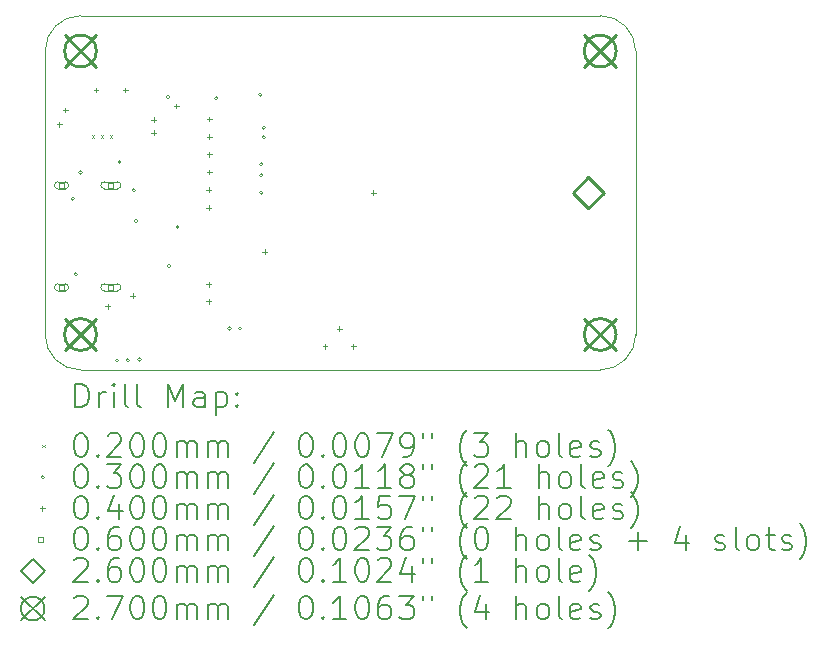
<source format=gbr>
%TF.GenerationSoftware,KiCad,Pcbnew,8.0.1+dfsg-1*%
%TF.CreationDate,2024-10-13T21:14:54+00:00*%
%TF.ProjectId,usb2m2e,75736232-6d32-4652-9e6b-696361645f70,rev?*%
%TF.SameCoordinates,Original*%
%TF.FileFunction,Drillmap*%
%TF.FilePolarity,Positive*%
%FSLAX45Y45*%
G04 Gerber Fmt 4.5, Leading zero omitted, Abs format (unit mm)*
G04 Created by KiCad (PCBNEW 8.0.1+dfsg-1) date 2024-10-13 21:14:54*
%MOMM*%
%LPD*%
G01*
G04 APERTURE LIST*
%ADD10C,0.100000*%
%ADD11C,0.200000*%
%ADD12C,0.260000*%
%ADD13C,0.270000*%
G04 APERTURE END LIST*
D10*
X11900000Y-7100000D02*
G75*
G02*
X12200000Y-6800000I300000J0D01*
G01*
X12200000Y-9800000D02*
G75*
G02*
X11900000Y-9500000I0J300000D01*
G01*
X12200000Y-6800000D02*
X16600000Y-6800000D01*
X11900000Y-9500000D02*
X11900000Y-7100000D01*
X16600000Y-6800000D02*
G75*
G02*
X16900000Y-7100000I0J-300000D01*
G01*
X12200000Y-9800000D02*
X16600000Y-9800000D01*
X16900000Y-7100000D02*
X16900000Y-9500000D01*
X16900000Y-9500000D02*
G75*
G02*
X16600000Y-9800000I-300000J0D01*
G01*
D11*
D10*
X12297500Y-7813750D02*
X12317500Y-7833750D01*
X12317500Y-7813750D02*
X12297500Y-7833750D01*
X12372500Y-7813750D02*
X12392500Y-7833750D01*
X12392500Y-7813750D02*
X12372500Y-7833750D01*
X12447500Y-7813750D02*
X12467500Y-7833750D01*
X12467500Y-7813750D02*
X12447500Y-7833750D01*
X12150000Y-8350000D02*
G75*
G02*
X12120000Y-8350000I-15000J0D01*
G01*
X12120000Y-8350000D02*
G75*
G02*
X12150000Y-8350000I15000J0D01*
G01*
X12175000Y-8990000D02*
G75*
G02*
X12145000Y-8990000I-15000J0D01*
G01*
X12145000Y-8990000D02*
G75*
G02*
X12175000Y-8990000I15000J0D01*
G01*
X12215000Y-8130000D02*
G75*
G02*
X12185000Y-8130000I-15000J0D01*
G01*
X12185000Y-8130000D02*
G75*
G02*
X12215000Y-8130000I15000J0D01*
G01*
X12525000Y-9720000D02*
G75*
G02*
X12495000Y-9720000I-15000J0D01*
G01*
X12495000Y-9720000D02*
G75*
G02*
X12525000Y-9720000I15000J0D01*
G01*
X12545000Y-8040000D02*
G75*
G02*
X12515000Y-8040000I-15000J0D01*
G01*
X12515000Y-8040000D02*
G75*
G02*
X12545000Y-8040000I15000J0D01*
G01*
X12615000Y-9720000D02*
G75*
G02*
X12585000Y-9720000I-15000J0D01*
G01*
X12585000Y-9720000D02*
G75*
G02*
X12615000Y-9720000I15000J0D01*
G01*
X12665705Y-8279197D02*
G75*
G02*
X12635705Y-8279197I-15000J0D01*
G01*
X12635705Y-8279197D02*
G75*
G02*
X12665705Y-8279197I15000J0D01*
G01*
X12685000Y-8540000D02*
G75*
G02*
X12655000Y-8540000I-15000J0D01*
G01*
X12655000Y-8540000D02*
G75*
G02*
X12685000Y-8540000I15000J0D01*
G01*
X12715000Y-9710000D02*
G75*
G02*
X12685000Y-9710000I-15000J0D01*
G01*
X12685000Y-9710000D02*
G75*
G02*
X12715000Y-9710000I15000J0D01*
G01*
X12955000Y-7490000D02*
G75*
G02*
X12925000Y-7490000I-15000J0D01*
G01*
X12925000Y-7490000D02*
G75*
G02*
X12955000Y-7490000I15000J0D01*
G01*
X12965000Y-8920000D02*
G75*
G02*
X12935000Y-8920000I-15000J0D01*
G01*
X12935000Y-8920000D02*
G75*
G02*
X12965000Y-8920000I15000J0D01*
G01*
X13035000Y-8590000D02*
G75*
G02*
X13005000Y-8590000I-15000J0D01*
G01*
X13005000Y-8590000D02*
G75*
G02*
X13035000Y-8590000I15000J0D01*
G01*
X13365000Y-7500000D02*
G75*
G02*
X13335000Y-7500000I-15000J0D01*
G01*
X13335000Y-7500000D02*
G75*
G02*
X13365000Y-7500000I15000J0D01*
G01*
X13475000Y-9450000D02*
G75*
G02*
X13445000Y-9450000I-15000J0D01*
G01*
X13445000Y-9450000D02*
G75*
G02*
X13475000Y-9450000I15000J0D01*
G01*
X13565000Y-9450000D02*
G75*
G02*
X13535000Y-9450000I-15000J0D01*
G01*
X13535000Y-9450000D02*
G75*
G02*
X13565000Y-9450000I15000J0D01*
G01*
X13735000Y-7470000D02*
G75*
G02*
X13705000Y-7470000I-15000J0D01*
G01*
X13705000Y-7470000D02*
G75*
G02*
X13735000Y-7470000I15000J0D01*
G01*
X13745000Y-8060000D02*
G75*
G02*
X13715000Y-8060000I-15000J0D01*
G01*
X13715000Y-8060000D02*
G75*
G02*
X13745000Y-8060000I15000J0D01*
G01*
X13745000Y-8150000D02*
G75*
G02*
X13715000Y-8150000I-15000J0D01*
G01*
X13715000Y-8150000D02*
G75*
G02*
X13745000Y-8150000I15000J0D01*
G01*
X13745000Y-8300000D02*
G75*
G02*
X13715000Y-8300000I-15000J0D01*
G01*
X13715000Y-8300000D02*
G75*
G02*
X13745000Y-8300000I15000J0D01*
G01*
X13765000Y-7750000D02*
G75*
G02*
X13735000Y-7750000I-15000J0D01*
G01*
X13735000Y-7750000D02*
G75*
G02*
X13765000Y-7750000I15000J0D01*
G01*
X13765000Y-7830000D02*
G75*
G02*
X13735000Y-7830000I-15000J0D01*
G01*
X13735000Y-7830000D02*
G75*
G02*
X13765000Y-7830000I15000J0D01*
G01*
X12020000Y-7700000D02*
X12020000Y-7740000D01*
X12000000Y-7720000D02*
X12040000Y-7720000D01*
X12070000Y-7580000D02*
X12070000Y-7620000D01*
X12050000Y-7600000D02*
X12090000Y-7600000D01*
X12330000Y-7410000D02*
X12330000Y-7450000D01*
X12310000Y-7430000D02*
X12350000Y-7430000D01*
X12430000Y-9240000D02*
X12430000Y-9280000D01*
X12410000Y-9260000D02*
X12450000Y-9260000D01*
X12580000Y-7410000D02*
X12580000Y-7450000D01*
X12560000Y-7430000D02*
X12600000Y-7430000D01*
X12640000Y-9150000D02*
X12640000Y-9190000D01*
X12620000Y-9170000D02*
X12660000Y-9170000D01*
X12820000Y-7660000D02*
X12820000Y-7700000D01*
X12800000Y-7680000D02*
X12840000Y-7680000D01*
X12820000Y-7770000D02*
X12820000Y-7810000D01*
X12800000Y-7790000D02*
X12840000Y-7790000D01*
X13010000Y-7545000D02*
X13010000Y-7585000D01*
X12990000Y-7565000D02*
X13030000Y-7565000D01*
X13285000Y-8255000D02*
X13285000Y-8295000D01*
X13265000Y-8275000D02*
X13305000Y-8275000D01*
X13285000Y-8405000D02*
X13285000Y-8445000D01*
X13265000Y-8425000D02*
X13305000Y-8425000D01*
X13285000Y-9055000D02*
X13285000Y-9095000D01*
X13265000Y-9075000D02*
X13305000Y-9075000D01*
X13285000Y-9200000D02*
X13285000Y-9240000D01*
X13265000Y-9220000D02*
X13305000Y-9220000D01*
X13290000Y-7655000D02*
X13290000Y-7695000D01*
X13270000Y-7675000D02*
X13310000Y-7675000D01*
X13290000Y-7805000D02*
X13290000Y-7845000D01*
X13270000Y-7825000D02*
X13310000Y-7825000D01*
X13290000Y-7955000D02*
X13290000Y-7995000D01*
X13270000Y-7975000D02*
X13310000Y-7975000D01*
X13290000Y-8105000D02*
X13290000Y-8145000D01*
X13270000Y-8125000D02*
X13310000Y-8125000D01*
X13760000Y-8780000D02*
X13760000Y-8820000D01*
X13740000Y-8800000D02*
X13780000Y-8800000D01*
X14270000Y-9580000D02*
X14270000Y-9620000D01*
X14250000Y-9600000D02*
X14290000Y-9600000D01*
X14390000Y-9430000D02*
X14390000Y-9470000D01*
X14370000Y-9450000D02*
X14410000Y-9450000D01*
X14510000Y-9580000D02*
X14510000Y-9620000D01*
X14490000Y-9600000D02*
X14530000Y-9600000D01*
X14680000Y-8280000D02*
X14680000Y-8320000D01*
X14660000Y-8300000D02*
X14700000Y-8300000D01*
X12060213Y-8257213D02*
X12060213Y-8214787D01*
X12017787Y-8214787D01*
X12017787Y-8257213D01*
X12060213Y-8257213D01*
X12069000Y-8206000D02*
X12009000Y-8206000D01*
X12009000Y-8266000D02*
G75*
G02*
X12009000Y-8206000I0J30000D01*
G01*
X12009000Y-8266000D02*
X12069000Y-8266000D01*
X12069000Y-8266000D02*
G75*
G03*
X12069000Y-8206000I0J30000D01*
G01*
X12060213Y-9121213D02*
X12060213Y-9078787D01*
X12017787Y-9078787D01*
X12017787Y-9121213D01*
X12060213Y-9121213D01*
X12069000Y-9070000D02*
X12009000Y-9070000D01*
X12009000Y-9130000D02*
G75*
G02*
X12009000Y-9070000I0J30000D01*
G01*
X12009000Y-9130000D02*
X12069000Y-9130000D01*
X12069000Y-9130000D02*
G75*
G03*
X12069000Y-9070000I0J30000D01*
G01*
X12478213Y-8257213D02*
X12478213Y-8214787D01*
X12435787Y-8214787D01*
X12435787Y-8257213D01*
X12478213Y-8257213D01*
X12512000Y-8206000D02*
X12402000Y-8206000D01*
X12402000Y-8266000D02*
G75*
G02*
X12402000Y-8206000I0J30000D01*
G01*
X12402000Y-8266000D02*
X12512000Y-8266000D01*
X12512000Y-8266000D02*
G75*
G03*
X12512000Y-8206000I0J30000D01*
G01*
X12478213Y-9121213D02*
X12478213Y-9078787D01*
X12435787Y-9078787D01*
X12435787Y-9121213D01*
X12478213Y-9121213D01*
X12512000Y-9070000D02*
X12402000Y-9070000D01*
X12402000Y-9130000D02*
G75*
G02*
X12402000Y-9070000I0J30000D01*
G01*
X12402000Y-9130000D02*
X12512000Y-9130000D01*
X12512000Y-9130000D02*
G75*
G03*
X12512000Y-9070000I0J30000D01*
G01*
D12*
X16500000Y-8430000D02*
X16630000Y-8300000D01*
X16500000Y-8170000D01*
X16370000Y-8300000D01*
X16500000Y-8430000D01*
D13*
X12065000Y-6965000D02*
X12335000Y-7235000D01*
X12335000Y-6965000D02*
X12065000Y-7235000D01*
X12335000Y-7100000D02*
G75*
G02*
X12065000Y-7100000I-135000J0D01*
G01*
X12065000Y-7100000D02*
G75*
G02*
X12335000Y-7100000I135000J0D01*
G01*
X12065000Y-9365000D02*
X12335000Y-9635000D01*
X12335000Y-9365000D02*
X12065000Y-9635000D01*
X12335000Y-9500000D02*
G75*
G02*
X12065000Y-9500000I-135000J0D01*
G01*
X12065000Y-9500000D02*
G75*
G02*
X12335000Y-9500000I135000J0D01*
G01*
X16465000Y-6965000D02*
X16735000Y-7235000D01*
X16735000Y-6965000D02*
X16465000Y-7235000D01*
X16735000Y-7100000D02*
G75*
G02*
X16465000Y-7100000I-135000J0D01*
G01*
X16465000Y-7100000D02*
G75*
G02*
X16735000Y-7100000I135000J0D01*
G01*
X16465000Y-9365000D02*
X16735000Y-9635000D01*
X16735000Y-9365000D02*
X16465000Y-9635000D01*
X16735000Y-9500000D02*
G75*
G02*
X16465000Y-9500000I-135000J0D01*
G01*
X16465000Y-9500000D02*
G75*
G02*
X16735000Y-9500000I135000J0D01*
G01*
D11*
X12155777Y-10116484D02*
X12155777Y-9916484D01*
X12155777Y-9916484D02*
X12203396Y-9916484D01*
X12203396Y-9916484D02*
X12231967Y-9926008D01*
X12231967Y-9926008D02*
X12251015Y-9945055D01*
X12251015Y-9945055D02*
X12260539Y-9964103D01*
X12260539Y-9964103D02*
X12270062Y-10002198D01*
X12270062Y-10002198D02*
X12270062Y-10030770D01*
X12270062Y-10030770D02*
X12260539Y-10068865D01*
X12260539Y-10068865D02*
X12251015Y-10087912D01*
X12251015Y-10087912D02*
X12231967Y-10106960D01*
X12231967Y-10106960D02*
X12203396Y-10116484D01*
X12203396Y-10116484D02*
X12155777Y-10116484D01*
X12355777Y-10116484D02*
X12355777Y-9983150D01*
X12355777Y-10021246D02*
X12365301Y-10002198D01*
X12365301Y-10002198D02*
X12374824Y-9992674D01*
X12374824Y-9992674D02*
X12393872Y-9983150D01*
X12393872Y-9983150D02*
X12412920Y-9983150D01*
X12479586Y-10116484D02*
X12479586Y-9983150D01*
X12479586Y-9916484D02*
X12470062Y-9926008D01*
X12470062Y-9926008D02*
X12479586Y-9935531D01*
X12479586Y-9935531D02*
X12489110Y-9926008D01*
X12489110Y-9926008D02*
X12479586Y-9916484D01*
X12479586Y-9916484D02*
X12479586Y-9935531D01*
X12603396Y-10116484D02*
X12584348Y-10106960D01*
X12584348Y-10106960D02*
X12574824Y-10087912D01*
X12574824Y-10087912D02*
X12574824Y-9916484D01*
X12708158Y-10116484D02*
X12689110Y-10106960D01*
X12689110Y-10106960D02*
X12679586Y-10087912D01*
X12679586Y-10087912D02*
X12679586Y-9916484D01*
X12936729Y-10116484D02*
X12936729Y-9916484D01*
X12936729Y-9916484D02*
X13003396Y-10059341D01*
X13003396Y-10059341D02*
X13070062Y-9916484D01*
X13070062Y-9916484D02*
X13070062Y-10116484D01*
X13251015Y-10116484D02*
X13251015Y-10011722D01*
X13251015Y-10011722D02*
X13241491Y-9992674D01*
X13241491Y-9992674D02*
X13222443Y-9983150D01*
X13222443Y-9983150D02*
X13184348Y-9983150D01*
X13184348Y-9983150D02*
X13165301Y-9992674D01*
X13251015Y-10106960D02*
X13231967Y-10116484D01*
X13231967Y-10116484D02*
X13184348Y-10116484D01*
X13184348Y-10116484D02*
X13165301Y-10106960D01*
X13165301Y-10106960D02*
X13155777Y-10087912D01*
X13155777Y-10087912D02*
X13155777Y-10068865D01*
X13155777Y-10068865D02*
X13165301Y-10049817D01*
X13165301Y-10049817D02*
X13184348Y-10040293D01*
X13184348Y-10040293D02*
X13231967Y-10040293D01*
X13231967Y-10040293D02*
X13251015Y-10030770D01*
X13346253Y-9983150D02*
X13346253Y-10183150D01*
X13346253Y-9992674D02*
X13365301Y-9983150D01*
X13365301Y-9983150D02*
X13403396Y-9983150D01*
X13403396Y-9983150D02*
X13422443Y-9992674D01*
X13422443Y-9992674D02*
X13431967Y-10002198D01*
X13431967Y-10002198D02*
X13441491Y-10021246D01*
X13441491Y-10021246D02*
X13441491Y-10078389D01*
X13441491Y-10078389D02*
X13431967Y-10097436D01*
X13431967Y-10097436D02*
X13422443Y-10106960D01*
X13422443Y-10106960D02*
X13403396Y-10116484D01*
X13403396Y-10116484D02*
X13365301Y-10116484D01*
X13365301Y-10116484D02*
X13346253Y-10106960D01*
X13527205Y-10097436D02*
X13536729Y-10106960D01*
X13536729Y-10106960D02*
X13527205Y-10116484D01*
X13527205Y-10116484D02*
X13517682Y-10106960D01*
X13517682Y-10106960D02*
X13527205Y-10097436D01*
X13527205Y-10097436D02*
X13527205Y-10116484D01*
X13527205Y-9992674D02*
X13536729Y-10002198D01*
X13536729Y-10002198D02*
X13527205Y-10011722D01*
X13527205Y-10011722D02*
X13517682Y-10002198D01*
X13517682Y-10002198D02*
X13527205Y-9992674D01*
X13527205Y-9992674D02*
X13527205Y-10011722D01*
D10*
X11875000Y-10435000D02*
X11895000Y-10455000D01*
X11895000Y-10435000D02*
X11875000Y-10455000D01*
D11*
X12193872Y-10336484D02*
X12212920Y-10336484D01*
X12212920Y-10336484D02*
X12231967Y-10346008D01*
X12231967Y-10346008D02*
X12241491Y-10355531D01*
X12241491Y-10355531D02*
X12251015Y-10374579D01*
X12251015Y-10374579D02*
X12260539Y-10412674D01*
X12260539Y-10412674D02*
X12260539Y-10460293D01*
X12260539Y-10460293D02*
X12251015Y-10498389D01*
X12251015Y-10498389D02*
X12241491Y-10517436D01*
X12241491Y-10517436D02*
X12231967Y-10526960D01*
X12231967Y-10526960D02*
X12212920Y-10536484D01*
X12212920Y-10536484D02*
X12193872Y-10536484D01*
X12193872Y-10536484D02*
X12174824Y-10526960D01*
X12174824Y-10526960D02*
X12165301Y-10517436D01*
X12165301Y-10517436D02*
X12155777Y-10498389D01*
X12155777Y-10498389D02*
X12146253Y-10460293D01*
X12146253Y-10460293D02*
X12146253Y-10412674D01*
X12146253Y-10412674D02*
X12155777Y-10374579D01*
X12155777Y-10374579D02*
X12165301Y-10355531D01*
X12165301Y-10355531D02*
X12174824Y-10346008D01*
X12174824Y-10346008D02*
X12193872Y-10336484D01*
X12346253Y-10517436D02*
X12355777Y-10526960D01*
X12355777Y-10526960D02*
X12346253Y-10536484D01*
X12346253Y-10536484D02*
X12336729Y-10526960D01*
X12336729Y-10526960D02*
X12346253Y-10517436D01*
X12346253Y-10517436D02*
X12346253Y-10536484D01*
X12431967Y-10355531D02*
X12441491Y-10346008D01*
X12441491Y-10346008D02*
X12460539Y-10336484D01*
X12460539Y-10336484D02*
X12508158Y-10336484D01*
X12508158Y-10336484D02*
X12527205Y-10346008D01*
X12527205Y-10346008D02*
X12536729Y-10355531D01*
X12536729Y-10355531D02*
X12546253Y-10374579D01*
X12546253Y-10374579D02*
X12546253Y-10393627D01*
X12546253Y-10393627D02*
X12536729Y-10422198D01*
X12536729Y-10422198D02*
X12422443Y-10536484D01*
X12422443Y-10536484D02*
X12546253Y-10536484D01*
X12670062Y-10336484D02*
X12689110Y-10336484D01*
X12689110Y-10336484D02*
X12708158Y-10346008D01*
X12708158Y-10346008D02*
X12717682Y-10355531D01*
X12717682Y-10355531D02*
X12727205Y-10374579D01*
X12727205Y-10374579D02*
X12736729Y-10412674D01*
X12736729Y-10412674D02*
X12736729Y-10460293D01*
X12736729Y-10460293D02*
X12727205Y-10498389D01*
X12727205Y-10498389D02*
X12717682Y-10517436D01*
X12717682Y-10517436D02*
X12708158Y-10526960D01*
X12708158Y-10526960D02*
X12689110Y-10536484D01*
X12689110Y-10536484D02*
X12670062Y-10536484D01*
X12670062Y-10536484D02*
X12651015Y-10526960D01*
X12651015Y-10526960D02*
X12641491Y-10517436D01*
X12641491Y-10517436D02*
X12631967Y-10498389D01*
X12631967Y-10498389D02*
X12622443Y-10460293D01*
X12622443Y-10460293D02*
X12622443Y-10412674D01*
X12622443Y-10412674D02*
X12631967Y-10374579D01*
X12631967Y-10374579D02*
X12641491Y-10355531D01*
X12641491Y-10355531D02*
X12651015Y-10346008D01*
X12651015Y-10346008D02*
X12670062Y-10336484D01*
X12860539Y-10336484D02*
X12879586Y-10336484D01*
X12879586Y-10336484D02*
X12898634Y-10346008D01*
X12898634Y-10346008D02*
X12908158Y-10355531D01*
X12908158Y-10355531D02*
X12917682Y-10374579D01*
X12917682Y-10374579D02*
X12927205Y-10412674D01*
X12927205Y-10412674D02*
X12927205Y-10460293D01*
X12927205Y-10460293D02*
X12917682Y-10498389D01*
X12917682Y-10498389D02*
X12908158Y-10517436D01*
X12908158Y-10517436D02*
X12898634Y-10526960D01*
X12898634Y-10526960D02*
X12879586Y-10536484D01*
X12879586Y-10536484D02*
X12860539Y-10536484D01*
X12860539Y-10536484D02*
X12841491Y-10526960D01*
X12841491Y-10526960D02*
X12831967Y-10517436D01*
X12831967Y-10517436D02*
X12822443Y-10498389D01*
X12822443Y-10498389D02*
X12812920Y-10460293D01*
X12812920Y-10460293D02*
X12812920Y-10412674D01*
X12812920Y-10412674D02*
X12822443Y-10374579D01*
X12822443Y-10374579D02*
X12831967Y-10355531D01*
X12831967Y-10355531D02*
X12841491Y-10346008D01*
X12841491Y-10346008D02*
X12860539Y-10336484D01*
X13012920Y-10536484D02*
X13012920Y-10403150D01*
X13012920Y-10422198D02*
X13022443Y-10412674D01*
X13022443Y-10412674D02*
X13041491Y-10403150D01*
X13041491Y-10403150D02*
X13070063Y-10403150D01*
X13070063Y-10403150D02*
X13089110Y-10412674D01*
X13089110Y-10412674D02*
X13098634Y-10431722D01*
X13098634Y-10431722D02*
X13098634Y-10536484D01*
X13098634Y-10431722D02*
X13108158Y-10412674D01*
X13108158Y-10412674D02*
X13127205Y-10403150D01*
X13127205Y-10403150D02*
X13155777Y-10403150D01*
X13155777Y-10403150D02*
X13174824Y-10412674D01*
X13174824Y-10412674D02*
X13184348Y-10431722D01*
X13184348Y-10431722D02*
X13184348Y-10536484D01*
X13279586Y-10536484D02*
X13279586Y-10403150D01*
X13279586Y-10422198D02*
X13289110Y-10412674D01*
X13289110Y-10412674D02*
X13308158Y-10403150D01*
X13308158Y-10403150D02*
X13336729Y-10403150D01*
X13336729Y-10403150D02*
X13355777Y-10412674D01*
X13355777Y-10412674D02*
X13365301Y-10431722D01*
X13365301Y-10431722D02*
X13365301Y-10536484D01*
X13365301Y-10431722D02*
X13374824Y-10412674D01*
X13374824Y-10412674D02*
X13393872Y-10403150D01*
X13393872Y-10403150D02*
X13422443Y-10403150D01*
X13422443Y-10403150D02*
X13441491Y-10412674D01*
X13441491Y-10412674D02*
X13451015Y-10431722D01*
X13451015Y-10431722D02*
X13451015Y-10536484D01*
X13841491Y-10326960D02*
X13670063Y-10584103D01*
X14098634Y-10336484D02*
X14117682Y-10336484D01*
X14117682Y-10336484D02*
X14136729Y-10346008D01*
X14136729Y-10346008D02*
X14146253Y-10355531D01*
X14146253Y-10355531D02*
X14155777Y-10374579D01*
X14155777Y-10374579D02*
X14165301Y-10412674D01*
X14165301Y-10412674D02*
X14165301Y-10460293D01*
X14165301Y-10460293D02*
X14155777Y-10498389D01*
X14155777Y-10498389D02*
X14146253Y-10517436D01*
X14146253Y-10517436D02*
X14136729Y-10526960D01*
X14136729Y-10526960D02*
X14117682Y-10536484D01*
X14117682Y-10536484D02*
X14098634Y-10536484D01*
X14098634Y-10536484D02*
X14079586Y-10526960D01*
X14079586Y-10526960D02*
X14070063Y-10517436D01*
X14070063Y-10517436D02*
X14060539Y-10498389D01*
X14060539Y-10498389D02*
X14051015Y-10460293D01*
X14051015Y-10460293D02*
X14051015Y-10412674D01*
X14051015Y-10412674D02*
X14060539Y-10374579D01*
X14060539Y-10374579D02*
X14070063Y-10355531D01*
X14070063Y-10355531D02*
X14079586Y-10346008D01*
X14079586Y-10346008D02*
X14098634Y-10336484D01*
X14251015Y-10517436D02*
X14260539Y-10526960D01*
X14260539Y-10526960D02*
X14251015Y-10536484D01*
X14251015Y-10536484D02*
X14241491Y-10526960D01*
X14241491Y-10526960D02*
X14251015Y-10517436D01*
X14251015Y-10517436D02*
X14251015Y-10536484D01*
X14384348Y-10336484D02*
X14403396Y-10336484D01*
X14403396Y-10336484D02*
X14422444Y-10346008D01*
X14422444Y-10346008D02*
X14431967Y-10355531D01*
X14431967Y-10355531D02*
X14441491Y-10374579D01*
X14441491Y-10374579D02*
X14451015Y-10412674D01*
X14451015Y-10412674D02*
X14451015Y-10460293D01*
X14451015Y-10460293D02*
X14441491Y-10498389D01*
X14441491Y-10498389D02*
X14431967Y-10517436D01*
X14431967Y-10517436D02*
X14422444Y-10526960D01*
X14422444Y-10526960D02*
X14403396Y-10536484D01*
X14403396Y-10536484D02*
X14384348Y-10536484D01*
X14384348Y-10536484D02*
X14365301Y-10526960D01*
X14365301Y-10526960D02*
X14355777Y-10517436D01*
X14355777Y-10517436D02*
X14346253Y-10498389D01*
X14346253Y-10498389D02*
X14336729Y-10460293D01*
X14336729Y-10460293D02*
X14336729Y-10412674D01*
X14336729Y-10412674D02*
X14346253Y-10374579D01*
X14346253Y-10374579D02*
X14355777Y-10355531D01*
X14355777Y-10355531D02*
X14365301Y-10346008D01*
X14365301Y-10346008D02*
X14384348Y-10336484D01*
X14574825Y-10336484D02*
X14593872Y-10336484D01*
X14593872Y-10336484D02*
X14612920Y-10346008D01*
X14612920Y-10346008D02*
X14622444Y-10355531D01*
X14622444Y-10355531D02*
X14631967Y-10374579D01*
X14631967Y-10374579D02*
X14641491Y-10412674D01*
X14641491Y-10412674D02*
X14641491Y-10460293D01*
X14641491Y-10460293D02*
X14631967Y-10498389D01*
X14631967Y-10498389D02*
X14622444Y-10517436D01*
X14622444Y-10517436D02*
X14612920Y-10526960D01*
X14612920Y-10526960D02*
X14593872Y-10536484D01*
X14593872Y-10536484D02*
X14574825Y-10536484D01*
X14574825Y-10536484D02*
X14555777Y-10526960D01*
X14555777Y-10526960D02*
X14546253Y-10517436D01*
X14546253Y-10517436D02*
X14536729Y-10498389D01*
X14536729Y-10498389D02*
X14527206Y-10460293D01*
X14527206Y-10460293D02*
X14527206Y-10412674D01*
X14527206Y-10412674D02*
X14536729Y-10374579D01*
X14536729Y-10374579D02*
X14546253Y-10355531D01*
X14546253Y-10355531D02*
X14555777Y-10346008D01*
X14555777Y-10346008D02*
X14574825Y-10336484D01*
X14708158Y-10336484D02*
X14841491Y-10336484D01*
X14841491Y-10336484D02*
X14755777Y-10536484D01*
X14927206Y-10536484D02*
X14965301Y-10536484D01*
X14965301Y-10536484D02*
X14984348Y-10526960D01*
X14984348Y-10526960D02*
X14993872Y-10517436D01*
X14993872Y-10517436D02*
X15012920Y-10488865D01*
X15012920Y-10488865D02*
X15022444Y-10450770D01*
X15022444Y-10450770D02*
X15022444Y-10374579D01*
X15022444Y-10374579D02*
X15012920Y-10355531D01*
X15012920Y-10355531D02*
X15003396Y-10346008D01*
X15003396Y-10346008D02*
X14984348Y-10336484D01*
X14984348Y-10336484D02*
X14946253Y-10336484D01*
X14946253Y-10336484D02*
X14927206Y-10346008D01*
X14927206Y-10346008D02*
X14917682Y-10355531D01*
X14917682Y-10355531D02*
X14908158Y-10374579D01*
X14908158Y-10374579D02*
X14908158Y-10422198D01*
X14908158Y-10422198D02*
X14917682Y-10441246D01*
X14917682Y-10441246D02*
X14927206Y-10450770D01*
X14927206Y-10450770D02*
X14946253Y-10460293D01*
X14946253Y-10460293D02*
X14984348Y-10460293D01*
X14984348Y-10460293D02*
X15003396Y-10450770D01*
X15003396Y-10450770D02*
X15012920Y-10441246D01*
X15012920Y-10441246D02*
X15022444Y-10422198D01*
X15098634Y-10336484D02*
X15098634Y-10374579D01*
X15174825Y-10336484D02*
X15174825Y-10374579D01*
X15470063Y-10612674D02*
X15460539Y-10603150D01*
X15460539Y-10603150D02*
X15441491Y-10574579D01*
X15441491Y-10574579D02*
X15431968Y-10555531D01*
X15431968Y-10555531D02*
X15422444Y-10526960D01*
X15422444Y-10526960D02*
X15412920Y-10479341D01*
X15412920Y-10479341D02*
X15412920Y-10441246D01*
X15412920Y-10441246D02*
X15422444Y-10393627D01*
X15422444Y-10393627D02*
X15431968Y-10365055D01*
X15431968Y-10365055D02*
X15441491Y-10346008D01*
X15441491Y-10346008D02*
X15460539Y-10317436D01*
X15460539Y-10317436D02*
X15470063Y-10307912D01*
X15527206Y-10336484D02*
X15651015Y-10336484D01*
X15651015Y-10336484D02*
X15584348Y-10412674D01*
X15584348Y-10412674D02*
X15612920Y-10412674D01*
X15612920Y-10412674D02*
X15631968Y-10422198D01*
X15631968Y-10422198D02*
X15641491Y-10431722D01*
X15641491Y-10431722D02*
X15651015Y-10450770D01*
X15651015Y-10450770D02*
X15651015Y-10498389D01*
X15651015Y-10498389D02*
X15641491Y-10517436D01*
X15641491Y-10517436D02*
X15631968Y-10526960D01*
X15631968Y-10526960D02*
X15612920Y-10536484D01*
X15612920Y-10536484D02*
X15555777Y-10536484D01*
X15555777Y-10536484D02*
X15536729Y-10526960D01*
X15536729Y-10526960D02*
X15527206Y-10517436D01*
X15889110Y-10536484D02*
X15889110Y-10336484D01*
X15974825Y-10536484D02*
X15974825Y-10431722D01*
X15974825Y-10431722D02*
X15965301Y-10412674D01*
X15965301Y-10412674D02*
X15946253Y-10403150D01*
X15946253Y-10403150D02*
X15917682Y-10403150D01*
X15917682Y-10403150D02*
X15898634Y-10412674D01*
X15898634Y-10412674D02*
X15889110Y-10422198D01*
X16098634Y-10536484D02*
X16079587Y-10526960D01*
X16079587Y-10526960D02*
X16070063Y-10517436D01*
X16070063Y-10517436D02*
X16060539Y-10498389D01*
X16060539Y-10498389D02*
X16060539Y-10441246D01*
X16060539Y-10441246D02*
X16070063Y-10422198D01*
X16070063Y-10422198D02*
X16079587Y-10412674D01*
X16079587Y-10412674D02*
X16098634Y-10403150D01*
X16098634Y-10403150D02*
X16127206Y-10403150D01*
X16127206Y-10403150D02*
X16146253Y-10412674D01*
X16146253Y-10412674D02*
X16155777Y-10422198D01*
X16155777Y-10422198D02*
X16165301Y-10441246D01*
X16165301Y-10441246D02*
X16165301Y-10498389D01*
X16165301Y-10498389D02*
X16155777Y-10517436D01*
X16155777Y-10517436D02*
X16146253Y-10526960D01*
X16146253Y-10526960D02*
X16127206Y-10536484D01*
X16127206Y-10536484D02*
X16098634Y-10536484D01*
X16279587Y-10536484D02*
X16260539Y-10526960D01*
X16260539Y-10526960D02*
X16251015Y-10507912D01*
X16251015Y-10507912D02*
X16251015Y-10336484D01*
X16431968Y-10526960D02*
X16412920Y-10536484D01*
X16412920Y-10536484D02*
X16374825Y-10536484D01*
X16374825Y-10536484D02*
X16355777Y-10526960D01*
X16355777Y-10526960D02*
X16346253Y-10507912D01*
X16346253Y-10507912D02*
X16346253Y-10431722D01*
X16346253Y-10431722D02*
X16355777Y-10412674D01*
X16355777Y-10412674D02*
X16374825Y-10403150D01*
X16374825Y-10403150D02*
X16412920Y-10403150D01*
X16412920Y-10403150D02*
X16431968Y-10412674D01*
X16431968Y-10412674D02*
X16441491Y-10431722D01*
X16441491Y-10431722D02*
X16441491Y-10450770D01*
X16441491Y-10450770D02*
X16346253Y-10469817D01*
X16517682Y-10526960D02*
X16536730Y-10536484D01*
X16536730Y-10536484D02*
X16574825Y-10536484D01*
X16574825Y-10536484D02*
X16593872Y-10526960D01*
X16593872Y-10526960D02*
X16603396Y-10507912D01*
X16603396Y-10507912D02*
X16603396Y-10498389D01*
X16603396Y-10498389D02*
X16593872Y-10479341D01*
X16593872Y-10479341D02*
X16574825Y-10469817D01*
X16574825Y-10469817D02*
X16546253Y-10469817D01*
X16546253Y-10469817D02*
X16527206Y-10460293D01*
X16527206Y-10460293D02*
X16517682Y-10441246D01*
X16517682Y-10441246D02*
X16517682Y-10431722D01*
X16517682Y-10431722D02*
X16527206Y-10412674D01*
X16527206Y-10412674D02*
X16546253Y-10403150D01*
X16546253Y-10403150D02*
X16574825Y-10403150D01*
X16574825Y-10403150D02*
X16593872Y-10412674D01*
X16670063Y-10612674D02*
X16679587Y-10603150D01*
X16679587Y-10603150D02*
X16698634Y-10574579D01*
X16698634Y-10574579D02*
X16708158Y-10555531D01*
X16708158Y-10555531D02*
X16717682Y-10526960D01*
X16717682Y-10526960D02*
X16727206Y-10479341D01*
X16727206Y-10479341D02*
X16727206Y-10441246D01*
X16727206Y-10441246D02*
X16717682Y-10393627D01*
X16717682Y-10393627D02*
X16708158Y-10365055D01*
X16708158Y-10365055D02*
X16698634Y-10346008D01*
X16698634Y-10346008D02*
X16679587Y-10317436D01*
X16679587Y-10317436D02*
X16670063Y-10307912D01*
D10*
X11895000Y-10709000D02*
G75*
G02*
X11865000Y-10709000I-15000J0D01*
G01*
X11865000Y-10709000D02*
G75*
G02*
X11895000Y-10709000I15000J0D01*
G01*
D11*
X12193872Y-10600484D02*
X12212920Y-10600484D01*
X12212920Y-10600484D02*
X12231967Y-10610008D01*
X12231967Y-10610008D02*
X12241491Y-10619531D01*
X12241491Y-10619531D02*
X12251015Y-10638579D01*
X12251015Y-10638579D02*
X12260539Y-10676674D01*
X12260539Y-10676674D02*
X12260539Y-10724293D01*
X12260539Y-10724293D02*
X12251015Y-10762389D01*
X12251015Y-10762389D02*
X12241491Y-10781436D01*
X12241491Y-10781436D02*
X12231967Y-10790960D01*
X12231967Y-10790960D02*
X12212920Y-10800484D01*
X12212920Y-10800484D02*
X12193872Y-10800484D01*
X12193872Y-10800484D02*
X12174824Y-10790960D01*
X12174824Y-10790960D02*
X12165301Y-10781436D01*
X12165301Y-10781436D02*
X12155777Y-10762389D01*
X12155777Y-10762389D02*
X12146253Y-10724293D01*
X12146253Y-10724293D02*
X12146253Y-10676674D01*
X12146253Y-10676674D02*
X12155777Y-10638579D01*
X12155777Y-10638579D02*
X12165301Y-10619531D01*
X12165301Y-10619531D02*
X12174824Y-10610008D01*
X12174824Y-10610008D02*
X12193872Y-10600484D01*
X12346253Y-10781436D02*
X12355777Y-10790960D01*
X12355777Y-10790960D02*
X12346253Y-10800484D01*
X12346253Y-10800484D02*
X12336729Y-10790960D01*
X12336729Y-10790960D02*
X12346253Y-10781436D01*
X12346253Y-10781436D02*
X12346253Y-10800484D01*
X12422443Y-10600484D02*
X12546253Y-10600484D01*
X12546253Y-10600484D02*
X12479586Y-10676674D01*
X12479586Y-10676674D02*
X12508158Y-10676674D01*
X12508158Y-10676674D02*
X12527205Y-10686198D01*
X12527205Y-10686198D02*
X12536729Y-10695722D01*
X12536729Y-10695722D02*
X12546253Y-10714770D01*
X12546253Y-10714770D02*
X12546253Y-10762389D01*
X12546253Y-10762389D02*
X12536729Y-10781436D01*
X12536729Y-10781436D02*
X12527205Y-10790960D01*
X12527205Y-10790960D02*
X12508158Y-10800484D01*
X12508158Y-10800484D02*
X12451015Y-10800484D01*
X12451015Y-10800484D02*
X12431967Y-10790960D01*
X12431967Y-10790960D02*
X12422443Y-10781436D01*
X12670062Y-10600484D02*
X12689110Y-10600484D01*
X12689110Y-10600484D02*
X12708158Y-10610008D01*
X12708158Y-10610008D02*
X12717682Y-10619531D01*
X12717682Y-10619531D02*
X12727205Y-10638579D01*
X12727205Y-10638579D02*
X12736729Y-10676674D01*
X12736729Y-10676674D02*
X12736729Y-10724293D01*
X12736729Y-10724293D02*
X12727205Y-10762389D01*
X12727205Y-10762389D02*
X12717682Y-10781436D01*
X12717682Y-10781436D02*
X12708158Y-10790960D01*
X12708158Y-10790960D02*
X12689110Y-10800484D01*
X12689110Y-10800484D02*
X12670062Y-10800484D01*
X12670062Y-10800484D02*
X12651015Y-10790960D01*
X12651015Y-10790960D02*
X12641491Y-10781436D01*
X12641491Y-10781436D02*
X12631967Y-10762389D01*
X12631967Y-10762389D02*
X12622443Y-10724293D01*
X12622443Y-10724293D02*
X12622443Y-10676674D01*
X12622443Y-10676674D02*
X12631967Y-10638579D01*
X12631967Y-10638579D02*
X12641491Y-10619531D01*
X12641491Y-10619531D02*
X12651015Y-10610008D01*
X12651015Y-10610008D02*
X12670062Y-10600484D01*
X12860539Y-10600484D02*
X12879586Y-10600484D01*
X12879586Y-10600484D02*
X12898634Y-10610008D01*
X12898634Y-10610008D02*
X12908158Y-10619531D01*
X12908158Y-10619531D02*
X12917682Y-10638579D01*
X12917682Y-10638579D02*
X12927205Y-10676674D01*
X12927205Y-10676674D02*
X12927205Y-10724293D01*
X12927205Y-10724293D02*
X12917682Y-10762389D01*
X12917682Y-10762389D02*
X12908158Y-10781436D01*
X12908158Y-10781436D02*
X12898634Y-10790960D01*
X12898634Y-10790960D02*
X12879586Y-10800484D01*
X12879586Y-10800484D02*
X12860539Y-10800484D01*
X12860539Y-10800484D02*
X12841491Y-10790960D01*
X12841491Y-10790960D02*
X12831967Y-10781436D01*
X12831967Y-10781436D02*
X12822443Y-10762389D01*
X12822443Y-10762389D02*
X12812920Y-10724293D01*
X12812920Y-10724293D02*
X12812920Y-10676674D01*
X12812920Y-10676674D02*
X12822443Y-10638579D01*
X12822443Y-10638579D02*
X12831967Y-10619531D01*
X12831967Y-10619531D02*
X12841491Y-10610008D01*
X12841491Y-10610008D02*
X12860539Y-10600484D01*
X13012920Y-10800484D02*
X13012920Y-10667150D01*
X13012920Y-10686198D02*
X13022443Y-10676674D01*
X13022443Y-10676674D02*
X13041491Y-10667150D01*
X13041491Y-10667150D02*
X13070063Y-10667150D01*
X13070063Y-10667150D02*
X13089110Y-10676674D01*
X13089110Y-10676674D02*
X13098634Y-10695722D01*
X13098634Y-10695722D02*
X13098634Y-10800484D01*
X13098634Y-10695722D02*
X13108158Y-10676674D01*
X13108158Y-10676674D02*
X13127205Y-10667150D01*
X13127205Y-10667150D02*
X13155777Y-10667150D01*
X13155777Y-10667150D02*
X13174824Y-10676674D01*
X13174824Y-10676674D02*
X13184348Y-10695722D01*
X13184348Y-10695722D02*
X13184348Y-10800484D01*
X13279586Y-10800484D02*
X13279586Y-10667150D01*
X13279586Y-10686198D02*
X13289110Y-10676674D01*
X13289110Y-10676674D02*
X13308158Y-10667150D01*
X13308158Y-10667150D02*
X13336729Y-10667150D01*
X13336729Y-10667150D02*
X13355777Y-10676674D01*
X13355777Y-10676674D02*
X13365301Y-10695722D01*
X13365301Y-10695722D02*
X13365301Y-10800484D01*
X13365301Y-10695722D02*
X13374824Y-10676674D01*
X13374824Y-10676674D02*
X13393872Y-10667150D01*
X13393872Y-10667150D02*
X13422443Y-10667150D01*
X13422443Y-10667150D02*
X13441491Y-10676674D01*
X13441491Y-10676674D02*
X13451015Y-10695722D01*
X13451015Y-10695722D02*
X13451015Y-10800484D01*
X13841491Y-10590960D02*
X13670063Y-10848103D01*
X14098634Y-10600484D02*
X14117682Y-10600484D01*
X14117682Y-10600484D02*
X14136729Y-10610008D01*
X14136729Y-10610008D02*
X14146253Y-10619531D01*
X14146253Y-10619531D02*
X14155777Y-10638579D01*
X14155777Y-10638579D02*
X14165301Y-10676674D01*
X14165301Y-10676674D02*
X14165301Y-10724293D01*
X14165301Y-10724293D02*
X14155777Y-10762389D01*
X14155777Y-10762389D02*
X14146253Y-10781436D01*
X14146253Y-10781436D02*
X14136729Y-10790960D01*
X14136729Y-10790960D02*
X14117682Y-10800484D01*
X14117682Y-10800484D02*
X14098634Y-10800484D01*
X14098634Y-10800484D02*
X14079586Y-10790960D01*
X14079586Y-10790960D02*
X14070063Y-10781436D01*
X14070063Y-10781436D02*
X14060539Y-10762389D01*
X14060539Y-10762389D02*
X14051015Y-10724293D01*
X14051015Y-10724293D02*
X14051015Y-10676674D01*
X14051015Y-10676674D02*
X14060539Y-10638579D01*
X14060539Y-10638579D02*
X14070063Y-10619531D01*
X14070063Y-10619531D02*
X14079586Y-10610008D01*
X14079586Y-10610008D02*
X14098634Y-10600484D01*
X14251015Y-10781436D02*
X14260539Y-10790960D01*
X14260539Y-10790960D02*
X14251015Y-10800484D01*
X14251015Y-10800484D02*
X14241491Y-10790960D01*
X14241491Y-10790960D02*
X14251015Y-10781436D01*
X14251015Y-10781436D02*
X14251015Y-10800484D01*
X14384348Y-10600484D02*
X14403396Y-10600484D01*
X14403396Y-10600484D02*
X14422444Y-10610008D01*
X14422444Y-10610008D02*
X14431967Y-10619531D01*
X14431967Y-10619531D02*
X14441491Y-10638579D01*
X14441491Y-10638579D02*
X14451015Y-10676674D01*
X14451015Y-10676674D02*
X14451015Y-10724293D01*
X14451015Y-10724293D02*
X14441491Y-10762389D01*
X14441491Y-10762389D02*
X14431967Y-10781436D01*
X14431967Y-10781436D02*
X14422444Y-10790960D01*
X14422444Y-10790960D02*
X14403396Y-10800484D01*
X14403396Y-10800484D02*
X14384348Y-10800484D01*
X14384348Y-10800484D02*
X14365301Y-10790960D01*
X14365301Y-10790960D02*
X14355777Y-10781436D01*
X14355777Y-10781436D02*
X14346253Y-10762389D01*
X14346253Y-10762389D02*
X14336729Y-10724293D01*
X14336729Y-10724293D02*
X14336729Y-10676674D01*
X14336729Y-10676674D02*
X14346253Y-10638579D01*
X14346253Y-10638579D02*
X14355777Y-10619531D01*
X14355777Y-10619531D02*
X14365301Y-10610008D01*
X14365301Y-10610008D02*
X14384348Y-10600484D01*
X14641491Y-10800484D02*
X14527206Y-10800484D01*
X14584348Y-10800484D02*
X14584348Y-10600484D01*
X14584348Y-10600484D02*
X14565301Y-10629055D01*
X14565301Y-10629055D02*
X14546253Y-10648103D01*
X14546253Y-10648103D02*
X14527206Y-10657627D01*
X14831967Y-10800484D02*
X14717682Y-10800484D01*
X14774825Y-10800484D02*
X14774825Y-10600484D01*
X14774825Y-10600484D02*
X14755777Y-10629055D01*
X14755777Y-10629055D02*
X14736729Y-10648103D01*
X14736729Y-10648103D02*
X14717682Y-10657627D01*
X14946253Y-10686198D02*
X14927206Y-10676674D01*
X14927206Y-10676674D02*
X14917682Y-10667150D01*
X14917682Y-10667150D02*
X14908158Y-10648103D01*
X14908158Y-10648103D02*
X14908158Y-10638579D01*
X14908158Y-10638579D02*
X14917682Y-10619531D01*
X14917682Y-10619531D02*
X14927206Y-10610008D01*
X14927206Y-10610008D02*
X14946253Y-10600484D01*
X14946253Y-10600484D02*
X14984348Y-10600484D01*
X14984348Y-10600484D02*
X15003396Y-10610008D01*
X15003396Y-10610008D02*
X15012920Y-10619531D01*
X15012920Y-10619531D02*
X15022444Y-10638579D01*
X15022444Y-10638579D02*
X15022444Y-10648103D01*
X15022444Y-10648103D02*
X15012920Y-10667150D01*
X15012920Y-10667150D02*
X15003396Y-10676674D01*
X15003396Y-10676674D02*
X14984348Y-10686198D01*
X14984348Y-10686198D02*
X14946253Y-10686198D01*
X14946253Y-10686198D02*
X14927206Y-10695722D01*
X14927206Y-10695722D02*
X14917682Y-10705246D01*
X14917682Y-10705246D02*
X14908158Y-10724293D01*
X14908158Y-10724293D02*
X14908158Y-10762389D01*
X14908158Y-10762389D02*
X14917682Y-10781436D01*
X14917682Y-10781436D02*
X14927206Y-10790960D01*
X14927206Y-10790960D02*
X14946253Y-10800484D01*
X14946253Y-10800484D02*
X14984348Y-10800484D01*
X14984348Y-10800484D02*
X15003396Y-10790960D01*
X15003396Y-10790960D02*
X15012920Y-10781436D01*
X15012920Y-10781436D02*
X15022444Y-10762389D01*
X15022444Y-10762389D02*
X15022444Y-10724293D01*
X15022444Y-10724293D02*
X15012920Y-10705246D01*
X15012920Y-10705246D02*
X15003396Y-10695722D01*
X15003396Y-10695722D02*
X14984348Y-10686198D01*
X15098634Y-10600484D02*
X15098634Y-10638579D01*
X15174825Y-10600484D02*
X15174825Y-10638579D01*
X15470063Y-10876674D02*
X15460539Y-10867150D01*
X15460539Y-10867150D02*
X15441491Y-10838579D01*
X15441491Y-10838579D02*
X15431968Y-10819531D01*
X15431968Y-10819531D02*
X15422444Y-10790960D01*
X15422444Y-10790960D02*
X15412920Y-10743341D01*
X15412920Y-10743341D02*
X15412920Y-10705246D01*
X15412920Y-10705246D02*
X15422444Y-10657627D01*
X15422444Y-10657627D02*
X15431968Y-10629055D01*
X15431968Y-10629055D02*
X15441491Y-10610008D01*
X15441491Y-10610008D02*
X15460539Y-10581436D01*
X15460539Y-10581436D02*
X15470063Y-10571912D01*
X15536729Y-10619531D02*
X15546253Y-10610008D01*
X15546253Y-10610008D02*
X15565301Y-10600484D01*
X15565301Y-10600484D02*
X15612920Y-10600484D01*
X15612920Y-10600484D02*
X15631968Y-10610008D01*
X15631968Y-10610008D02*
X15641491Y-10619531D01*
X15641491Y-10619531D02*
X15651015Y-10638579D01*
X15651015Y-10638579D02*
X15651015Y-10657627D01*
X15651015Y-10657627D02*
X15641491Y-10686198D01*
X15641491Y-10686198D02*
X15527206Y-10800484D01*
X15527206Y-10800484D02*
X15651015Y-10800484D01*
X15841491Y-10800484D02*
X15727206Y-10800484D01*
X15784348Y-10800484D02*
X15784348Y-10600484D01*
X15784348Y-10600484D02*
X15765301Y-10629055D01*
X15765301Y-10629055D02*
X15746253Y-10648103D01*
X15746253Y-10648103D02*
X15727206Y-10657627D01*
X16079587Y-10800484D02*
X16079587Y-10600484D01*
X16165301Y-10800484D02*
X16165301Y-10695722D01*
X16165301Y-10695722D02*
X16155777Y-10676674D01*
X16155777Y-10676674D02*
X16136730Y-10667150D01*
X16136730Y-10667150D02*
X16108158Y-10667150D01*
X16108158Y-10667150D02*
X16089110Y-10676674D01*
X16089110Y-10676674D02*
X16079587Y-10686198D01*
X16289110Y-10800484D02*
X16270063Y-10790960D01*
X16270063Y-10790960D02*
X16260539Y-10781436D01*
X16260539Y-10781436D02*
X16251015Y-10762389D01*
X16251015Y-10762389D02*
X16251015Y-10705246D01*
X16251015Y-10705246D02*
X16260539Y-10686198D01*
X16260539Y-10686198D02*
X16270063Y-10676674D01*
X16270063Y-10676674D02*
X16289110Y-10667150D01*
X16289110Y-10667150D02*
X16317682Y-10667150D01*
X16317682Y-10667150D02*
X16336730Y-10676674D01*
X16336730Y-10676674D02*
X16346253Y-10686198D01*
X16346253Y-10686198D02*
X16355777Y-10705246D01*
X16355777Y-10705246D02*
X16355777Y-10762389D01*
X16355777Y-10762389D02*
X16346253Y-10781436D01*
X16346253Y-10781436D02*
X16336730Y-10790960D01*
X16336730Y-10790960D02*
X16317682Y-10800484D01*
X16317682Y-10800484D02*
X16289110Y-10800484D01*
X16470063Y-10800484D02*
X16451015Y-10790960D01*
X16451015Y-10790960D02*
X16441491Y-10771912D01*
X16441491Y-10771912D02*
X16441491Y-10600484D01*
X16622444Y-10790960D02*
X16603396Y-10800484D01*
X16603396Y-10800484D02*
X16565301Y-10800484D01*
X16565301Y-10800484D02*
X16546253Y-10790960D01*
X16546253Y-10790960D02*
X16536730Y-10771912D01*
X16536730Y-10771912D02*
X16536730Y-10695722D01*
X16536730Y-10695722D02*
X16546253Y-10676674D01*
X16546253Y-10676674D02*
X16565301Y-10667150D01*
X16565301Y-10667150D02*
X16603396Y-10667150D01*
X16603396Y-10667150D02*
X16622444Y-10676674D01*
X16622444Y-10676674D02*
X16631968Y-10695722D01*
X16631968Y-10695722D02*
X16631968Y-10714770D01*
X16631968Y-10714770D02*
X16536730Y-10733817D01*
X16708158Y-10790960D02*
X16727206Y-10800484D01*
X16727206Y-10800484D02*
X16765301Y-10800484D01*
X16765301Y-10800484D02*
X16784349Y-10790960D01*
X16784349Y-10790960D02*
X16793873Y-10771912D01*
X16793873Y-10771912D02*
X16793873Y-10762389D01*
X16793873Y-10762389D02*
X16784349Y-10743341D01*
X16784349Y-10743341D02*
X16765301Y-10733817D01*
X16765301Y-10733817D02*
X16736730Y-10733817D01*
X16736730Y-10733817D02*
X16717682Y-10724293D01*
X16717682Y-10724293D02*
X16708158Y-10705246D01*
X16708158Y-10705246D02*
X16708158Y-10695722D01*
X16708158Y-10695722D02*
X16717682Y-10676674D01*
X16717682Y-10676674D02*
X16736730Y-10667150D01*
X16736730Y-10667150D02*
X16765301Y-10667150D01*
X16765301Y-10667150D02*
X16784349Y-10676674D01*
X16860539Y-10876674D02*
X16870063Y-10867150D01*
X16870063Y-10867150D02*
X16889111Y-10838579D01*
X16889111Y-10838579D02*
X16898634Y-10819531D01*
X16898634Y-10819531D02*
X16908158Y-10790960D01*
X16908158Y-10790960D02*
X16917682Y-10743341D01*
X16917682Y-10743341D02*
X16917682Y-10705246D01*
X16917682Y-10705246D02*
X16908158Y-10657627D01*
X16908158Y-10657627D02*
X16898634Y-10629055D01*
X16898634Y-10629055D02*
X16889111Y-10610008D01*
X16889111Y-10610008D02*
X16870063Y-10581436D01*
X16870063Y-10581436D02*
X16860539Y-10571912D01*
D10*
X11875000Y-10953000D02*
X11875000Y-10993000D01*
X11855000Y-10973000D02*
X11895000Y-10973000D01*
D11*
X12193872Y-10864484D02*
X12212920Y-10864484D01*
X12212920Y-10864484D02*
X12231967Y-10874008D01*
X12231967Y-10874008D02*
X12241491Y-10883531D01*
X12241491Y-10883531D02*
X12251015Y-10902579D01*
X12251015Y-10902579D02*
X12260539Y-10940674D01*
X12260539Y-10940674D02*
X12260539Y-10988293D01*
X12260539Y-10988293D02*
X12251015Y-11026389D01*
X12251015Y-11026389D02*
X12241491Y-11045436D01*
X12241491Y-11045436D02*
X12231967Y-11054960D01*
X12231967Y-11054960D02*
X12212920Y-11064484D01*
X12212920Y-11064484D02*
X12193872Y-11064484D01*
X12193872Y-11064484D02*
X12174824Y-11054960D01*
X12174824Y-11054960D02*
X12165301Y-11045436D01*
X12165301Y-11045436D02*
X12155777Y-11026389D01*
X12155777Y-11026389D02*
X12146253Y-10988293D01*
X12146253Y-10988293D02*
X12146253Y-10940674D01*
X12146253Y-10940674D02*
X12155777Y-10902579D01*
X12155777Y-10902579D02*
X12165301Y-10883531D01*
X12165301Y-10883531D02*
X12174824Y-10874008D01*
X12174824Y-10874008D02*
X12193872Y-10864484D01*
X12346253Y-11045436D02*
X12355777Y-11054960D01*
X12355777Y-11054960D02*
X12346253Y-11064484D01*
X12346253Y-11064484D02*
X12336729Y-11054960D01*
X12336729Y-11054960D02*
X12346253Y-11045436D01*
X12346253Y-11045436D02*
X12346253Y-11064484D01*
X12527205Y-10931150D02*
X12527205Y-11064484D01*
X12479586Y-10854960D02*
X12431967Y-10997817D01*
X12431967Y-10997817D02*
X12555777Y-10997817D01*
X12670062Y-10864484D02*
X12689110Y-10864484D01*
X12689110Y-10864484D02*
X12708158Y-10874008D01*
X12708158Y-10874008D02*
X12717682Y-10883531D01*
X12717682Y-10883531D02*
X12727205Y-10902579D01*
X12727205Y-10902579D02*
X12736729Y-10940674D01*
X12736729Y-10940674D02*
X12736729Y-10988293D01*
X12736729Y-10988293D02*
X12727205Y-11026389D01*
X12727205Y-11026389D02*
X12717682Y-11045436D01*
X12717682Y-11045436D02*
X12708158Y-11054960D01*
X12708158Y-11054960D02*
X12689110Y-11064484D01*
X12689110Y-11064484D02*
X12670062Y-11064484D01*
X12670062Y-11064484D02*
X12651015Y-11054960D01*
X12651015Y-11054960D02*
X12641491Y-11045436D01*
X12641491Y-11045436D02*
X12631967Y-11026389D01*
X12631967Y-11026389D02*
X12622443Y-10988293D01*
X12622443Y-10988293D02*
X12622443Y-10940674D01*
X12622443Y-10940674D02*
X12631967Y-10902579D01*
X12631967Y-10902579D02*
X12641491Y-10883531D01*
X12641491Y-10883531D02*
X12651015Y-10874008D01*
X12651015Y-10874008D02*
X12670062Y-10864484D01*
X12860539Y-10864484D02*
X12879586Y-10864484D01*
X12879586Y-10864484D02*
X12898634Y-10874008D01*
X12898634Y-10874008D02*
X12908158Y-10883531D01*
X12908158Y-10883531D02*
X12917682Y-10902579D01*
X12917682Y-10902579D02*
X12927205Y-10940674D01*
X12927205Y-10940674D02*
X12927205Y-10988293D01*
X12927205Y-10988293D02*
X12917682Y-11026389D01*
X12917682Y-11026389D02*
X12908158Y-11045436D01*
X12908158Y-11045436D02*
X12898634Y-11054960D01*
X12898634Y-11054960D02*
X12879586Y-11064484D01*
X12879586Y-11064484D02*
X12860539Y-11064484D01*
X12860539Y-11064484D02*
X12841491Y-11054960D01*
X12841491Y-11054960D02*
X12831967Y-11045436D01*
X12831967Y-11045436D02*
X12822443Y-11026389D01*
X12822443Y-11026389D02*
X12812920Y-10988293D01*
X12812920Y-10988293D02*
X12812920Y-10940674D01*
X12812920Y-10940674D02*
X12822443Y-10902579D01*
X12822443Y-10902579D02*
X12831967Y-10883531D01*
X12831967Y-10883531D02*
X12841491Y-10874008D01*
X12841491Y-10874008D02*
X12860539Y-10864484D01*
X13012920Y-11064484D02*
X13012920Y-10931150D01*
X13012920Y-10950198D02*
X13022443Y-10940674D01*
X13022443Y-10940674D02*
X13041491Y-10931150D01*
X13041491Y-10931150D02*
X13070063Y-10931150D01*
X13070063Y-10931150D02*
X13089110Y-10940674D01*
X13089110Y-10940674D02*
X13098634Y-10959722D01*
X13098634Y-10959722D02*
X13098634Y-11064484D01*
X13098634Y-10959722D02*
X13108158Y-10940674D01*
X13108158Y-10940674D02*
X13127205Y-10931150D01*
X13127205Y-10931150D02*
X13155777Y-10931150D01*
X13155777Y-10931150D02*
X13174824Y-10940674D01*
X13174824Y-10940674D02*
X13184348Y-10959722D01*
X13184348Y-10959722D02*
X13184348Y-11064484D01*
X13279586Y-11064484D02*
X13279586Y-10931150D01*
X13279586Y-10950198D02*
X13289110Y-10940674D01*
X13289110Y-10940674D02*
X13308158Y-10931150D01*
X13308158Y-10931150D02*
X13336729Y-10931150D01*
X13336729Y-10931150D02*
X13355777Y-10940674D01*
X13355777Y-10940674D02*
X13365301Y-10959722D01*
X13365301Y-10959722D02*
X13365301Y-11064484D01*
X13365301Y-10959722D02*
X13374824Y-10940674D01*
X13374824Y-10940674D02*
X13393872Y-10931150D01*
X13393872Y-10931150D02*
X13422443Y-10931150D01*
X13422443Y-10931150D02*
X13441491Y-10940674D01*
X13441491Y-10940674D02*
X13451015Y-10959722D01*
X13451015Y-10959722D02*
X13451015Y-11064484D01*
X13841491Y-10854960D02*
X13670063Y-11112103D01*
X14098634Y-10864484D02*
X14117682Y-10864484D01*
X14117682Y-10864484D02*
X14136729Y-10874008D01*
X14136729Y-10874008D02*
X14146253Y-10883531D01*
X14146253Y-10883531D02*
X14155777Y-10902579D01*
X14155777Y-10902579D02*
X14165301Y-10940674D01*
X14165301Y-10940674D02*
X14165301Y-10988293D01*
X14165301Y-10988293D02*
X14155777Y-11026389D01*
X14155777Y-11026389D02*
X14146253Y-11045436D01*
X14146253Y-11045436D02*
X14136729Y-11054960D01*
X14136729Y-11054960D02*
X14117682Y-11064484D01*
X14117682Y-11064484D02*
X14098634Y-11064484D01*
X14098634Y-11064484D02*
X14079586Y-11054960D01*
X14079586Y-11054960D02*
X14070063Y-11045436D01*
X14070063Y-11045436D02*
X14060539Y-11026389D01*
X14060539Y-11026389D02*
X14051015Y-10988293D01*
X14051015Y-10988293D02*
X14051015Y-10940674D01*
X14051015Y-10940674D02*
X14060539Y-10902579D01*
X14060539Y-10902579D02*
X14070063Y-10883531D01*
X14070063Y-10883531D02*
X14079586Y-10874008D01*
X14079586Y-10874008D02*
X14098634Y-10864484D01*
X14251015Y-11045436D02*
X14260539Y-11054960D01*
X14260539Y-11054960D02*
X14251015Y-11064484D01*
X14251015Y-11064484D02*
X14241491Y-11054960D01*
X14241491Y-11054960D02*
X14251015Y-11045436D01*
X14251015Y-11045436D02*
X14251015Y-11064484D01*
X14384348Y-10864484D02*
X14403396Y-10864484D01*
X14403396Y-10864484D02*
X14422444Y-10874008D01*
X14422444Y-10874008D02*
X14431967Y-10883531D01*
X14431967Y-10883531D02*
X14441491Y-10902579D01*
X14441491Y-10902579D02*
X14451015Y-10940674D01*
X14451015Y-10940674D02*
X14451015Y-10988293D01*
X14451015Y-10988293D02*
X14441491Y-11026389D01*
X14441491Y-11026389D02*
X14431967Y-11045436D01*
X14431967Y-11045436D02*
X14422444Y-11054960D01*
X14422444Y-11054960D02*
X14403396Y-11064484D01*
X14403396Y-11064484D02*
X14384348Y-11064484D01*
X14384348Y-11064484D02*
X14365301Y-11054960D01*
X14365301Y-11054960D02*
X14355777Y-11045436D01*
X14355777Y-11045436D02*
X14346253Y-11026389D01*
X14346253Y-11026389D02*
X14336729Y-10988293D01*
X14336729Y-10988293D02*
X14336729Y-10940674D01*
X14336729Y-10940674D02*
X14346253Y-10902579D01*
X14346253Y-10902579D02*
X14355777Y-10883531D01*
X14355777Y-10883531D02*
X14365301Y-10874008D01*
X14365301Y-10874008D02*
X14384348Y-10864484D01*
X14641491Y-11064484D02*
X14527206Y-11064484D01*
X14584348Y-11064484D02*
X14584348Y-10864484D01*
X14584348Y-10864484D02*
X14565301Y-10893055D01*
X14565301Y-10893055D02*
X14546253Y-10912103D01*
X14546253Y-10912103D02*
X14527206Y-10921627D01*
X14822444Y-10864484D02*
X14727206Y-10864484D01*
X14727206Y-10864484D02*
X14717682Y-10959722D01*
X14717682Y-10959722D02*
X14727206Y-10950198D01*
X14727206Y-10950198D02*
X14746253Y-10940674D01*
X14746253Y-10940674D02*
X14793872Y-10940674D01*
X14793872Y-10940674D02*
X14812920Y-10950198D01*
X14812920Y-10950198D02*
X14822444Y-10959722D01*
X14822444Y-10959722D02*
X14831967Y-10978770D01*
X14831967Y-10978770D02*
X14831967Y-11026389D01*
X14831967Y-11026389D02*
X14822444Y-11045436D01*
X14822444Y-11045436D02*
X14812920Y-11054960D01*
X14812920Y-11054960D02*
X14793872Y-11064484D01*
X14793872Y-11064484D02*
X14746253Y-11064484D01*
X14746253Y-11064484D02*
X14727206Y-11054960D01*
X14727206Y-11054960D02*
X14717682Y-11045436D01*
X14898634Y-10864484D02*
X15031967Y-10864484D01*
X15031967Y-10864484D02*
X14946253Y-11064484D01*
X15098634Y-10864484D02*
X15098634Y-10902579D01*
X15174825Y-10864484D02*
X15174825Y-10902579D01*
X15470063Y-11140674D02*
X15460539Y-11131150D01*
X15460539Y-11131150D02*
X15441491Y-11102579D01*
X15441491Y-11102579D02*
X15431968Y-11083531D01*
X15431968Y-11083531D02*
X15422444Y-11054960D01*
X15422444Y-11054960D02*
X15412920Y-11007341D01*
X15412920Y-11007341D02*
X15412920Y-10969246D01*
X15412920Y-10969246D02*
X15422444Y-10921627D01*
X15422444Y-10921627D02*
X15431968Y-10893055D01*
X15431968Y-10893055D02*
X15441491Y-10874008D01*
X15441491Y-10874008D02*
X15460539Y-10845436D01*
X15460539Y-10845436D02*
X15470063Y-10835912D01*
X15536729Y-10883531D02*
X15546253Y-10874008D01*
X15546253Y-10874008D02*
X15565301Y-10864484D01*
X15565301Y-10864484D02*
X15612920Y-10864484D01*
X15612920Y-10864484D02*
X15631968Y-10874008D01*
X15631968Y-10874008D02*
X15641491Y-10883531D01*
X15641491Y-10883531D02*
X15651015Y-10902579D01*
X15651015Y-10902579D02*
X15651015Y-10921627D01*
X15651015Y-10921627D02*
X15641491Y-10950198D01*
X15641491Y-10950198D02*
X15527206Y-11064484D01*
X15527206Y-11064484D02*
X15651015Y-11064484D01*
X15727206Y-10883531D02*
X15736729Y-10874008D01*
X15736729Y-10874008D02*
X15755777Y-10864484D01*
X15755777Y-10864484D02*
X15803396Y-10864484D01*
X15803396Y-10864484D02*
X15822444Y-10874008D01*
X15822444Y-10874008D02*
X15831968Y-10883531D01*
X15831968Y-10883531D02*
X15841491Y-10902579D01*
X15841491Y-10902579D02*
X15841491Y-10921627D01*
X15841491Y-10921627D02*
X15831968Y-10950198D01*
X15831968Y-10950198D02*
X15717682Y-11064484D01*
X15717682Y-11064484D02*
X15841491Y-11064484D01*
X16079587Y-11064484D02*
X16079587Y-10864484D01*
X16165301Y-11064484D02*
X16165301Y-10959722D01*
X16165301Y-10959722D02*
X16155777Y-10940674D01*
X16155777Y-10940674D02*
X16136730Y-10931150D01*
X16136730Y-10931150D02*
X16108158Y-10931150D01*
X16108158Y-10931150D02*
X16089110Y-10940674D01*
X16089110Y-10940674D02*
X16079587Y-10950198D01*
X16289110Y-11064484D02*
X16270063Y-11054960D01*
X16270063Y-11054960D02*
X16260539Y-11045436D01*
X16260539Y-11045436D02*
X16251015Y-11026389D01*
X16251015Y-11026389D02*
X16251015Y-10969246D01*
X16251015Y-10969246D02*
X16260539Y-10950198D01*
X16260539Y-10950198D02*
X16270063Y-10940674D01*
X16270063Y-10940674D02*
X16289110Y-10931150D01*
X16289110Y-10931150D02*
X16317682Y-10931150D01*
X16317682Y-10931150D02*
X16336730Y-10940674D01*
X16336730Y-10940674D02*
X16346253Y-10950198D01*
X16346253Y-10950198D02*
X16355777Y-10969246D01*
X16355777Y-10969246D02*
X16355777Y-11026389D01*
X16355777Y-11026389D02*
X16346253Y-11045436D01*
X16346253Y-11045436D02*
X16336730Y-11054960D01*
X16336730Y-11054960D02*
X16317682Y-11064484D01*
X16317682Y-11064484D02*
X16289110Y-11064484D01*
X16470063Y-11064484D02*
X16451015Y-11054960D01*
X16451015Y-11054960D02*
X16441491Y-11035912D01*
X16441491Y-11035912D02*
X16441491Y-10864484D01*
X16622444Y-11054960D02*
X16603396Y-11064484D01*
X16603396Y-11064484D02*
X16565301Y-11064484D01*
X16565301Y-11064484D02*
X16546253Y-11054960D01*
X16546253Y-11054960D02*
X16536730Y-11035912D01*
X16536730Y-11035912D02*
X16536730Y-10959722D01*
X16536730Y-10959722D02*
X16546253Y-10940674D01*
X16546253Y-10940674D02*
X16565301Y-10931150D01*
X16565301Y-10931150D02*
X16603396Y-10931150D01*
X16603396Y-10931150D02*
X16622444Y-10940674D01*
X16622444Y-10940674D02*
X16631968Y-10959722D01*
X16631968Y-10959722D02*
X16631968Y-10978770D01*
X16631968Y-10978770D02*
X16536730Y-10997817D01*
X16708158Y-11054960D02*
X16727206Y-11064484D01*
X16727206Y-11064484D02*
X16765301Y-11064484D01*
X16765301Y-11064484D02*
X16784349Y-11054960D01*
X16784349Y-11054960D02*
X16793873Y-11035912D01*
X16793873Y-11035912D02*
X16793873Y-11026389D01*
X16793873Y-11026389D02*
X16784349Y-11007341D01*
X16784349Y-11007341D02*
X16765301Y-10997817D01*
X16765301Y-10997817D02*
X16736730Y-10997817D01*
X16736730Y-10997817D02*
X16717682Y-10988293D01*
X16717682Y-10988293D02*
X16708158Y-10969246D01*
X16708158Y-10969246D02*
X16708158Y-10959722D01*
X16708158Y-10959722D02*
X16717682Y-10940674D01*
X16717682Y-10940674D02*
X16736730Y-10931150D01*
X16736730Y-10931150D02*
X16765301Y-10931150D01*
X16765301Y-10931150D02*
X16784349Y-10940674D01*
X16860539Y-11140674D02*
X16870063Y-11131150D01*
X16870063Y-11131150D02*
X16889111Y-11102579D01*
X16889111Y-11102579D02*
X16898634Y-11083531D01*
X16898634Y-11083531D02*
X16908158Y-11054960D01*
X16908158Y-11054960D02*
X16917682Y-11007341D01*
X16917682Y-11007341D02*
X16917682Y-10969246D01*
X16917682Y-10969246D02*
X16908158Y-10921627D01*
X16908158Y-10921627D02*
X16898634Y-10893055D01*
X16898634Y-10893055D02*
X16889111Y-10874008D01*
X16889111Y-10874008D02*
X16870063Y-10845436D01*
X16870063Y-10845436D02*
X16860539Y-10835912D01*
D10*
X11886213Y-11258213D02*
X11886213Y-11215787D01*
X11843787Y-11215787D01*
X11843787Y-11258213D01*
X11886213Y-11258213D01*
D11*
X12193872Y-11128484D02*
X12212920Y-11128484D01*
X12212920Y-11128484D02*
X12231967Y-11138008D01*
X12231967Y-11138008D02*
X12241491Y-11147531D01*
X12241491Y-11147531D02*
X12251015Y-11166579D01*
X12251015Y-11166579D02*
X12260539Y-11204674D01*
X12260539Y-11204674D02*
X12260539Y-11252293D01*
X12260539Y-11252293D02*
X12251015Y-11290388D01*
X12251015Y-11290388D02*
X12241491Y-11309436D01*
X12241491Y-11309436D02*
X12231967Y-11318960D01*
X12231967Y-11318960D02*
X12212920Y-11328484D01*
X12212920Y-11328484D02*
X12193872Y-11328484D01*
X12193872Y-11328484D02*
X12174824Y-11318960D01*
X12174824Y-11318960D02*
X12165301Y-11309436D01*
X12165301Y-11309436D02*
X12155777Y-11290388D01*
X12155777Y-11290388D02*
X12146253Y-11252293D01*
X12146253Y-11252293D02*
X12146253Y-11204674D01*
X12146253Y-11204674D02*
X12155777Y-11166579D01*
X12155777Y-11166579D02*
X12165301Y-11147531D01*
X12165301Y-11147531D02*
X12174824Y-11138008D01*
X12174824Y-11138008D02*
X12193872Y-11128484D01*
X12346253Y-11309436D02*
X12355777Y-11318960D01*
X12355777Y-11318960D02*
X12346253Y-11328484D01*
X12346253Y-11328484D02*
X12336729Y-11318960D01*
X12336729Y-11318960D02*
X12346253Y-11309436D01*
X12346253Y-11309436D02*
X12346253Y-11328484D01*
X12527205Y-11128484D02*
X12489110Y-11128484D01*
X12489110Y-11128484D02*
X12470062Y-11138008D01*
X12470062Y-11138008D02*
X12460539Y-11147531D01*
X12460539Y-11147531D02*
X12441491Y-11176103D01*
X12441491Y-11176103D02*
X12431967Y-11214198D01*
X12431967Y-11214198D02*
X12431967Y-11290388D01*
X12431967Y-11290388D02*
X12441491Y-11309436D01*
X12441491Y-11309436D02*
X12451015Y-11318960D01*
X12451015Y-11318960D02*
X12470062Y-11328484D01*
X12470062Y-11328484D02*
X12508158Y-11328484D01*
X12508158Y-11328484D02*
X12527205Y-11318960D01*
X12527205Y-11318960D02*
X12536729Y-11309436D01*
X12536729Y-11309436D02*
X12546253Y-11290388D01*
X12546253Y-11290388D02*
X12546253Y-11242769D01*
X12546253Y-11242769D02*
X12536729Y-11223722D01*
X12536729Y-11223722D02*
X12527205Y-11214198D01*
X12527205Y-11214198D02*
X12508158Y-11204674D01*
X12508158Y-11204674D02*
X12470062Y-11204674D01*
X12470062Y-11204674D02*
X12451015Y-11214198D01*
X12451015Y-11214198D02*
X12441491Y-11223722D01*
X12441491Y-11223722D02*
X12431967Y-11242769D01*
X12670062Y-11128484D02*
X12689110Y-11128484D01*
X12689110Y-11128484D02*
X12708158Y-11138008D01*
X12708158Y-11138008D02*
X12717682Y-11147531D01*
X12717682Y-11147531D02*
X12727205Y-11166579D01*
X12727205Y-11166579D02*
X12736729Y-11204674D01*
X12736729Y-11204674D02*
X12736729Y-11252293D01*
X12736729Y-11252293D02*
X12727205Y-11290388D01*
X12727205Y-11290388D02*
X12717682Y-11309436D01*
X12717682Y-11309436D02*
X12708158Y-11318960D01*
X12708158Y-11318960D02*
X12689110Y-11328484D01*
X12689110Y-11328484D02*
X12670062Y-11328484D01*
X12670062Y-11328484D02*
X12651015Y-11318960D01*
X12651015Y-11318960D02*
X12641491Y-11309436D01*
X12641491Y-11309436D02*
X12631967Y-11290388D01*
X12631967Y-11290388D02*
X12622443Y-11252293D01*
X12622443Y-11252293D02*
X12622443Y-11204674D01*
X12622443Y-11204674D02*
X12631967Y-11166579D01*
X12631967Y-11166579D02*
X12641491Y-11147531D01*
X12641491Y-11147531D02*
X12651015Y-11138008D01*
X12651015Y-11138008D02*
X12670062Y-11128484D01*
X12860539Y-11128484D02*
X12879586Y-11128484D01*
X12879586Y-11128484D02*
X12898634Y-11138008D01*
X12898634Y-11138008D02*
X12908158Y-11147531D01*
X12908158Y-11147531D02*
X12917682Y-11166579D01*
X12917682Y-11166579D02*
X12927205Y-11204674D01*
X12927205Y-11204674D02*
X12927205Y-11252293D01*
X12927205Y-11252293D02*
X12917682Y-11290388D01*
X12917682Y-11290388D02*
X12908158Y-11309436D01*
X12908158Y-11309436D02*
X12898634Y-11318960D01*
X12898634Y-11318960D02*
X12879586Y-11328484D01*
X12879586Y-11328484D02*
X12860539Y-11328484D01*
X12860539Y-11328484D02*
X12841491Y-11318960D01*
X12841491Y-11318960D02*
X12831967Y-11309436D01*
X12831967Y-11309436D02*
X12822443Y-11290388D01*
X12822443Y-11290388D02*
X12812920Y-11252293D01*
X12812920Y-11252293D02*
X12812920Y-11204674D01*
X12812920Y-11204674D02*
X12822443Y-11166579D01*
X12822443Y-11166579D02*
X12831967Y-11147531D01*
X12831967Y-11147531D02*
X12841491Y-11138008D01*
X12841491Y-11138008D02*
X12860539Y-11128484D01*
X13012920Y-11328484D02*
X13012920Y-11195150D01*
X13012920Y-11214198D02*
X13022443Y-11204674D01*
X13022443Y-11204674D02*
X13041491Y-11195150D01*
X13041491Y-11195150D02*
X13070063Y-11195150D01*
X13070063Y-11195150D02*
X13089110Y-11204674D01*
X13089110Y-11204674D02*
X13098634Y-11223722D01*
X13098634Y-11223722D02*
X13098634Y-11328484D01*
X13098634Y-11223722D02*
X13108158Y-11204674D01*
X13108158Y-11204674D02*
X13127205Y-11195150D01*
X13127205Y-11195150D02*
X13155777Y-11195150D01*
X13155777Y-11195150D02*
X13174824Y-11204674D01*
X13174824Y-11204674D02*
X13184348Y-11223722D01*
X13184348Y-11223722D02*
X13184348Y-11328484D01*
X13279586Y-11328484D02*
X13279586Y-11195150D01*
X13279586Y-11214198D02*
X13289110Y-11204674D01*
X13289110Y-11204674D02*
X13308158Y-11195150D01*
X13308158Y-11195150D02*
X13336729Y-11195150D01*
X13336729Y-11195150D02*
X13355777Y-11204674D01*
X13355777Y-11204674D02*
X13365301Y-11223722D01*
X13365301Y-11223722D02*
X13365301Y-11328484D01*
X13365301Y-11223722D02*
X13374824Y-11204674D01*
X13374824Y-11204674D02*
X13393872Y-11195150D01*
X13393872Y-11195150D02*
X13422443Y-11195150D01*
X13422443Y-11195150D02*
X13441491Y-11204674D01*
X13441491Y-11204674D02*
X13451015Y-11223722D01*
X13451015Y-11223722D02*
X13451015Y-11328484D01*
X13841491Y-11118960D02*
X13670063Y-11376103D01*
X14098634Y-11128484D02*
X14117682Y-11128484D01*
X14117682Y-11128484D02*
X14136729Y-11138008D01*
X14136729Y-11138008D02*
X14146253Y-11147531D01*
X14146253Y-11147531D02*
X14155777Y-11166579D01*
X14155777Y-11166579D02*
X14165301Y-11204674D01*
X14165301Y-11204674D02*
X14165301Y-11252293D01*
X14165301Y-11252293D02*
X14155777Y-11290388D01*
X14155777Y-11290388D02*
X14146253Y-11309436D01*
X14146253Y-11309436D02*
X14136729Y-11318960D01*
X14136729Y-11318960D02*
X14117682Y-11328484D01*
X14117682Y-11328484D02*
X14098634Y-11328484D01*
X14098634Y-11328484D02*
X14079586Y-11318960D01*
X14079586Y-11318960D02*
X14070063Y-11309436D01*
X14070063Y-11309436D02*
X14060539Y-11290388D01*
X14060539Y-11290388D02*
X14051015Y-11252293D01*
X14051015Y-11252293D02*
X14051015Y-11204674D01*
X14051015Y-11204674D02*
X14060539Y-11166579D01*
X14060539Y-11166579D02*
X14070063Y-11147531D01*
X14070063Y-11147531D02*
X14079586Y-11138008D01*
X14079586Y-11138008D02*
X14098634Y-11128484D01*
X14251015Y-11309436D02*
X14260539Y-11318960D01*
X14260539Y-11318960D02*
X14251015Y-11328484D01*
X14251015Y-11328484D02*
X14241491Y-11318960D01*
X14241491Y-11318960D02*
X14251015Y-11309436D01*
X14251015Y-11309436D02*
X14251015Y-11328484D01*
X14384348Y-11128484D02*
X14403396Y-11128484D01*
X14403396Y-11128484D02*
X14422444Y-11138008D01*
X14422444Y-11138008D02*
X14431967Y-11147531D01*
X14431967Y-11147531D02*
X14441491Y-11166579D01*
X14441491Y-11166579D02*
X14451015Y-11204674D01*
X14451015Y-11204674D02*
X14451015Y-11252293D01*
X14451015Y-11252293D02*
X14441491Y-11290388D01*
X14441491Y-11290388D02*
X14431967Y-11309436D01*
X14431967Y-11309436D02*
X14422444Y-11318960D01*
X14422444Y-11318960D02*
X14403396Y-11328484D01*
X14403396Y-11328484D02*
X14384348Y-11328484D01*
X14384348Y-11328484D02*
X14365301Y-11318960D01*
X14365301Y-11318960D02*
X14355777Y-11309436D01*
X14355777Y-11309436D02*
X14346253Y-11290388D01*
X14346253Y-11290388D02*
X14336729Y-11252293D01*
X14336729Y-11252293D02*
X14336729Y-11204674D01*
X14336729Y-11204674D02*
X14346253Y-11166579D01*
X14346253Y-11166579D02*
X14355777Y-11147531D01*
X14355777Y-11147531D02*
X14365301Y-11138008D01*
X14365301Y-11138008D02*
X14384348Y-11128484D01*
X14527206Y-11147531D02*
X14536729Y-11138008D01*
X14536729Y-11138008D02*
X14555777Y-11128484D01*
X14555777Y-11128484D02*
X14603396Y-11128484D01*
X14603396Y-11128484D02*
X14622444Y-11138008D01*
X14622444Y-11138008D02*
X14631967Y-11147531D01*
X14631967Y-11147531D02*
X14641491Y-11166579D01*
X14641491Y-11166579D02*
X14641491Y-11185627D01*
X14641491Y-11185627D02*
X14631967Y-11214198D01*
X14631967Y-11214198D02*
X14517682Y-11328484D01*
X14517682Y-11328484D02*
X14641491Y-11328484D01*
X14708158Y-11128484D02*
X14831967Y-11128484D01*
X14831967Y-11128484D02*
X14765301Y-11204674D01*
X14765301Y-11204674D02*
X14793872Y-11204674D01*
X14793872Y-11204674D02*
X14812920Y-11214198D01*
X14812920Y-11214198D02*
X14822444Y-11223722D01*
X14822444Y-11223722D02*
X14831967Y-11242769D01*
X14831967Y-11242769D02*
X14831967Y-11290388D01*
X14831967Y-11290388D02*
X14822444Y-11309436D01*
X14822444Y-11309436D02*
X14812920Y-11318960D01*
X14812920Y-11318960D02*
X14793872Y-11328484D01*
X14793872Y-11328484D02*
X14736729Y-11328484D01*
X14736729Y-11328484D02*
X14717682Y-11318960D01*
X14717682Y-11318960D02*
X14708158Y-11309436D01*
X15003396Y-11128484D02*
X14965301Y-11128484D01*
X14965301Y-11128484D02*
X14946253Y-11138008D01*
X14946253Y-11138008D02*
X14936729Y-11147531D01*
X14936729Y-11147531D02*
X14917682Y-11176103D01*
X14917682Y-11176103D02*
X14908158Y-11214198D01*
X14908158Y-11214198D02*
X14908158Y-11290388D01*
X14908158Y-11290388D02*
X14917682Y-11309436D01*
X14917682Y-11309436D02*
X14927206Y-11318960D01*
X14927206Y-11318960D02*
X14946253Y-11328484D01*
X14946253Y-11328484D02*
X14984348Y-11328484D01*
X14984348Y-11328484D02*
X15003396Y-11318960D01*
X15003396Y-11318960D02*
X15012920Y-11309436D01*
X15012920Y-11309436D02*
X15022444Y-11290388D01*
X15022444Y-11290388D02*
X15022444Y-11242769D01*
X15022444Y-11242769D02*
X15012920Y-11223722D01*
X15012920Y-11223722D02*
X15003396Y-11214198D01*
X15003396Y-11214198D02*
X14984348Y-11204674D01*
X14984348Y-11204674D02*
X14946253Y-11204674D01*
X14946253Y-11204674D02*
X14927206Y-11214198D01*
X14927206Y-11214198D02*
X14917682Y-11223722D01*
X14917682Y-11223722D02*
X14908158Y-11242769D01*
X15098634Y-11128484D02*
X15098634Y-11166579D01*
X15174825Y-11128484D02*
X15174825Y-11166579D01*
X15470063Y-11404674D02*
X15460539Y-11395150D01*
X15460539Y-11395150D02*
X15441491Y-11366579D01*
X15441491Y-11366579D02*
X15431968Y-11347531D01*
X15431968Y-11347531D02*
X15422444Y-11318960D01*
X15422444Y-11318960D02*
X15412920Y-11271341D01*
X15412920Y-11271341D02*
X15412920Y-11233246D01*
X15412920Y-11233246D02*
X15422444Y-11185627D01*
X15422444Y-11185627D02*
X15431968Y-11157055D01*
X15431968Y-11157055D02*
X15441491Y-11138008D01*
X15441491Y-11138008D02*
X15460539Y-11109436D01*
X15460539Y-11109436D02*
X15470063Y-11099912D01*
X15584348Y-11128484D02*
X15603396Y-11128484D01*
X15603396Y-11128484D02*
X15622444Y-11138008D01*
X15622444Y-11138008D02*
X15631968Y-11147531D01*
X15631968Y-11147531D02*
X15641491Y-11166579D01*
X15641491Y-11166579D02*
X15651015Y-11204674D01*
X15651015Y-11204674D02*
X15651015Y-11252293D01*
X15651015Y-11252293D02*
X15641491Y-11290388D01*
X15641491Y-11290388D02*
X15631968Y-11309436D01*
X15631968Y-11309436D02*
X15622444Y-11318960D01*
X15622444Y-11318960D02*
X15603396Y-11328484D01*
X15603396Y-11328484D02*
X15584348Y-11328484D01*
X15584348Y-11328484D02*
X15565301Y-11318960D01*
X15565301Y-11318960D02*
X15555777Y-11309436D01*
X15555777Y-11309436D02*
X15546253Y-11290388D01*
X15546253Y-11290388D02*
X15536729Y-11252293D01*
X15536729Y-11252293D02*
X15536729Y-11204674D01*
X15536729Y-11204674D02*
X15546253Y-11166579D01*
X15546253Y-11166579D02*
X15555777Y-11147531D01*
X15555777Y-11147531D02*
X15565301Y-11138008D01*
X15565301Y-11138008D02*
X15584348Y-11128484D01*
X15889110Y-11328484D02*
X15889110Y-11128484D01*
X15974825Y-11328484D02*
X15974825Y-11223722D01*
X15974825Y-11223722D02*
X15965301Y-11204674D01*
X15965301Y-11204674D02*
X15946253Y-11195150D01*
X15946253Y-11195150D02*
X15917682Y-11195150D01*
X15917682Y-11195150D02*
X15898634Y-11204674D01*
X15898634Y-11204674D02*
X15889110Y-11214198D01*
X16098634Y-11328484D02*
X16079587Y-11318960D01*
X16079587Y-11318960D02*
X16070063Y-11309436D01*
X16070063Y-11309436D02*
X16060539Y-11290388D01*
X16060539Y-11290388D02*
X16060539Y-11233246D01*
X16060539Y-11233246D02*
X16070063Y-11214198D01*
X16070063Y-11214198D02*
X16079587Y-11204674D01*
X16079587Y-11204674D02*
X16098634Y-11195150D01*
X16098634Y-11195150D02*
X16127206Y-11195150D01*
X16127206Y-11195150D02*
X16146253Y-11204674D01*
X16146253Y-11204674D02*
X16155777Y-11214198D01*
X16155777Y-11214198D02*
X16165301Y-11233246D01*
X16165301Y-11233246D02*
X16165301Y-11290388D01*
X16165301Y-11290388D02*
X16155777Y-11309436D01*
X16155777Y-11309436D02*
X16146253Y-11318960D01*
X16146253Y-11318960D02*
X16127206Y-11328484D01*
X16127206Y-11328484D02*
X16098634Y-11328484D01*
X16279587Y-11328484D02*
X16260539Y-11318960D01*
X16260539Y-11318960D02*
X16251015Y-11299912D01*
X16251015Y-11299912D02*
X16251015Y-11128484D01*
X16431968Y-11318960D02*
X16412920Y-11328484D01*
X16412920Y-11328484D02*
X16374825Y-11328484D01*
X16374825Y-11328484D02*
X16355777Y-11318960D01*
X16355777Y-11318960D02*
X16346253Y-11299912D01*
X16346253Y-11299912D02*
X16346253Y-11223722D01*
X16346253Y-11223722D02*
X16355777Y-11204674D01*
X16355777Y-11204674D02*
X16374825Y-11195150D01*
X16374825Y-11195150D02*
X16412920Y-11195150D01*
X16412920Y-11195150D02*
X16431968Y-11204674D01*
X16431968Y-11204674D02*
X16441491Y-11223722D01*
X16441491Y-11223722D02*
X16441491Y-11242769D01*
X16441491Y-11242769D02*
X16346253Y-11261817D01*
X16517682Y-11318960D02*
X16536730Y-11328484D01*
X16536730Y-11328484D02*
X16574825Y-11328484D01*
X16574825Y-11328484D02*
X16593872Y-11318960D01*
X16593872Y-11318960D02*
X16603396Y-11299912D01*
X16603396Y-11299912D02*
X16603396Y-11290388D01*
X16603396Y-11290388D02*
X16593872Y-11271341D01*
X16593872Y-11271341D02*
X16574825Y-11261817D01*
X16574825Y-11261817D02*
X16546253Y-11261817D01*
X16546253Y-11261817D02*
X16527206Y-11252293D01*
X16527206Y-11252293D02*
X16517682Y-11233246D01*
X16517682Y-11233246D02*
X16517682Y-11223722D01*
X16517682Y-11223722D02*
X16527206Y-11204674D01*
X16527206Y-11204674D02*
X16546253Y-11195150D01*
X16546253Y-11195150D02*
X16574825Y-11195150D01*
X16574825Y-11195150D02*
X16593872Y-11204674D01*
X16841492Y-11252293D02*
X16993873Y-11252293D01*
X16917682Y-11328484D02*
X16917682Y-11176103D01*
X17327206Y-11195150D02*
X17327206Y-11328484D01*
X17279587Y-11118960D02*
X17231968Y-11261817D01*
X17231968Y-11261817D02*
X17355777Y-11261817D01*
X17574825Y-11318960D02*
X17593873Y-11328484D01*
X17593873Y-11328484D02*
X17631968Y-11328484D01*
X17631968Y-11328484D02*
X17651016Y-11318960D01*
X17651016Y-11318960D02*
X17660539Y-11299912D01*
X17660539Y-11299912D02*
X17660539Y-11290388D01*
X17660539Y-11290388D02*
X17651016Y-11271341D01*
X17651016Y-11271341D02*
X17631968Y-11261817D01*
X17631968Y-11261817D02*
X17603396Y-11261817D01*
X17603396Y-11261817D02*
X17584349Y-11252293D01*
X17584349Y-11252293D02*
X17574825Y-11233246D01*
X17574825Y-11233246D02*
X17574825Y-11223722D01*
X17574825Y-11223722D02*
X17584349Y-11204674D01*
X17584349Y-11204674D02*
X17603396Y-11195150D01*
X17603396Y-11195150D02*
X17631968Y-11195150D01*
X17631968Y-11195150D02*
X17651016Y-11204674D01*
X17774825Y-11328484D02*
X17755777Y-11318960D01*
X17755777Y-11318960D02*
X17746254Y-11299912D01*
X17746254Y-11299912D02*
X17746254Y-11128484D01*
X17879587Y-11328484D02*
X17860539Y-11318960D01*
X17860539Y-11318960D02*
X17851016Y-11309436D01*
X17851016Y-11309436D02*
X17841492Y-11290388D01*
X17841492Y-11290388D02*
X17841492Y-11233246D01*
X17841492Y-11233246D02*
X17851016Y-11214198D01*
X17851016Y-11214198D02*
X17860539Y-11204674D01*
X17860539Y-11204674D02*
X17879587Y-11195150D01*
X17879587Y-11195150D02*
X17908158Y-11195150D01*
X17908158Y-11195150D02*
X17927206Y-11204674D01*
X17927206Y-11204674D02*
X17936730Y-11214198D01*
X17936730Y-11214198D02*
X17946254Y-11233246D01*
X17946254Y-11233246D02*
X17946254Y-11290388D01*
X17946254Y-11290388D02*
X17936730Y-11309436D01*
X17936730Y-11309436D02*
X17927206Y-11318960D01*
X17927206Y-11318960D02*
X17908158Y-11328484D01*
X17908158Y-11328484D02*
X17879587Y-11328484D01*
X18003397Y-11195150D02*
X18079587Y-11195150D01*
X18031968Y-11128484D02*
X18031968Y-11299912D01*
X18031968Y-11299912D02*
X18041492Y-11318960D01*
X18041492Y-11318960D02*
X18060539Y-11328484D01*
X18060539Y-11328484D02*
X18079587Y-11328484D01*
X18136730Y-11318960D02*
X18155777Y-11328484D01*
X18155777Y-11328484D02*
X18193873Y-11328484D01*
X18193873Y-11328484D02*
X18212920Y-11318960D01*
X18212920Y-11318960D02*
X18222444Y-11299912D01*
X18222444Y-11299912D02*
X18222444Y-11290388D01*
X18222444Y-11290388D02*
X18212920Y-11271341D01*
X18212920Y-11271341D02*
X18193873Y-11261817D01*
X18193873Y-11261817D02*
X18165301Y-11261817D01*
X18165301Y-11261817D02*
X18146254Y-11252293D01*
X18146254Y-11252293D02*
X18136730Y-11233246D01*
X18136730Y-11233246D02*
X18136730Y-11223722D01*
X18136730Y-11223722D02*
X18146254Y-11204674D01*
X18146254Y-11204674D02*
X18165301Y-11195150D01*
X18165301Y-11195150D02*
X18193873Y-11195150D01*
X18193873Y-11195150D02*
X18212920Y-11204674D01*
X18289111Y-11404674D02*
X18298635Y-11395150D01*
X18298635Y-11395150D02*
X18317682Y-11366579D01*
X18317682Y-11366579D02*
X18327206Y-11347531D01*
X18327206Y-11347531D02*
X18336730Y-11318960D01*
X18336730Y-11318960D02*
X18346254Y-11271341D01*
X18346254Y-11271341D02*
X18346254Y-11233246D01*
X18346254Y-11233246D02*
X18336730Y-11185627D01*
X18336730Y-11185627D02*
X18327206Y-11157055D01*
X18327206Y-11157055D02*
X18317682Y-11138008D01*
X18317682Y-11138008D02*
X18298635Y-11109436D01*
X18298635Y-11109436D02*
X18289111Y-11099912D01*
X11795000Y-11601000D02*
X11895000Y-11501000D01*
X11795000Y-11401000D01*
X11695000Y-11501000D01*
X11795000Y-11601000D01*
X12146253Y-11411531D02*
X12155777Y-11402008D01*
X12155777Y-11402008D02*
X12174824Y-11392484D01*
X12174824Y-11392484D02*
X12222443Y-11392484D01*
X12222443Y-11392484D02*
X12241491Y-11402008D01*
X12241491Y-11402008D02*
X12251015Y-11411531D01*
X12251015Y-11411531D02*
X12260539Y-11430579D01*
X12260539Y-11430579D02*
X12260539Y-11449627D01*
X12260539Y-11449627D02*
X12251015Y-11478198D01*
X12251015Y-11478198D02*
X12136729Y-11592484D01*
X12136729Y-11592484D02*
X12260539Y-11592484D01*
X12346253Y-11573436D02*
X12355777Y-11582960D01*
X12355777Y-11582960D02*
X12346253Y-11592484D01*
X12346253Y-11592484D02*
X12336729Y-11582960D01*
X12336729Y-11582960D02*
X12346253Y-11573436D01*
X12346253Y-11573436D02*
X12346253Y-11592484D01*
X12527205Y-11392484D02*
X12489110Y-11392484D01*
X12489110Y-11392484D02*
X12470062Y-11402008D01*
X12470062Y-11402008D02*
X12460539Y-11411531D01*
X12460539Y-11411531D02*
X12441491Y-11440103D01*
X12441491Y-11440103D02*
X12431967Y-11478198D01*
X12431967Y-11478198D02*
X12431967Y-11554388D01*
X12431967Y-11554388D02*
X12441491Y-11573436D01*
X12441491Y-11573436D02*
X12451015Y-11582960D01*
X12451015Y-11582960D02*
X12470062Y-11592484D01*
X12470062Y-11592484D02*
X12508158Y-11592484D01*
X12508158Y-11592484D02*
X12527205Y-11582960D01*
X12527205Y-11582960D02*
X12536729Y-11573436D01*
X12536729Y-11573436D02*
X12546253Y-11554388D01*
X12546253Y-11554388D02*
X12546253Y-11506769D01*
X12546253Y-11506769D02*
X12536729Y-11487722D01*
X12536729Y-11487722D02*
X12527205Y-11478198D01*
X12527205Y-11478198D02*
X12508158Y-11468674D01*
X12508158Y-11468674D02*
X12470062Y-11468674D01*
X12470062Y-11468674D02*
X12451015Y-11478198D01*
X12451015Y-11478198D02*
X12441491Y-11487722D01*
X12441491Y-11487722D02*
X12431967Y-11506769D01*
X12670062Y-11392484D02*
X12689110Y-11392484D01*
X12689110Y-11392484D02*
X12708158Y-11402008D01*
X12708158Y-11402008D02*
X12717682Y-11411531D01*
X12717682Y-11411531D02*
X12727205Y-11430579D01*
X12727205Y-11430579D02*
X12736729Y-11468674D01*
X12736729Y-11468674D02*
X12736729Y-11516293D01*
X12736729Y-11516293D02*
X12727205Y-11554388D01*
X12727205Y-11554388D02*
X12717682Y-11573436D01*
X12717682Y-11573436D02*
X12708158Y-11582960D01*
X12708158Y-11582960D02*
X12689110Y-11592484D01*
X12689110Y-11592484D02*
X12670062Y-11592484D01*
X12670062Y-11592484D02*
X12651015Y-11582960D01*
X12651015Y-11582960D02*
X12641491Y-11573436D01*
X12641491Y-11573436D02*
X12631967Y-11554388D01*
X12631967Y-11554388D02*
X12622443Y-11516293D01*
X12622443Y-11516293D02*
X12622443Y-11468674D01*
X12622443Y-11468674D02*
X12631967Y-11430579D01*
X12631967Y-11430579D02*
X12641491Y-11411531D01*
X12641491Y-11411531D02*
X12651015Y-11402008D01*
X12651015Y-11402008D02*
X12670062Y-11392484D01*
X12860539Y-11392484D02*
X12879586Y-11392484D01*
X12879586Y-11392484D02*
X12898634Y-11402008D01*
X12898634Y-11402008D02*
X12908158Y-11411531D01*
X12908158Y-11411531D02*
X12917682Y-11430579D01*
X12917682Y-11430579D02*
X12927205Y-11468674D01*
X12927205Y-11468674D02*
X12927205Y-11516293D01*
X12927205Y-11516293D02*
X12917682Y-11554388D01*
X12917682Y-11554388D02*
X12908158Y-11573436D01*
X12908158Y-11573436D02*
X12898634Y-11582960D01*
X12898634Y-11582960D02*
X12879586Y-11592484D01*
X12879586Y-11592484D02*
X12860539Y-11592484D01*
X12860539Y-11592484D02*
X12841491Y-11582960D01*
X12841491Y-11582960D02*
X12831967Y-11573436D01*
X12831967Y-11573436D02*
X12822443Y-11554388D01*
X12822443Y-11554388D02*
X12812920Y-11516293D01*
X12812920Y-11516293D02*
X12812920Y-11468674D01*
X12812920Y-11468674D02*
X12822443Y-11430579D01*
X12822443Y-11430579D02*
X12831967Y-11411531D01*
X12831967Y-11411531D02*
X12841491Y-11402008D01*
X12841491Y-11402008D02*
X12860539Y-11392484D01*
X13012920Y-11592484D02*
X13012920Y-11459150D01*
X13012920Y-11478198D02*
X13022443Y-11468674D01*
X13022443Y-11468674D02*
X13041491Y-11459150D01*
X13041491Y-11459150D02*
X13070063Y-11459150D01*
X13070063Y-11459150D02*
X13089110Y-11468674D01*
X13089110Y-11468674D02*
X13098634Y-11487722D01*
X13098634Y-11487722D02*
X13098634Y-11592484D01*
X13098634Y-11487722D02*
X13108158Y-11468674D01*
X13108158Y-11468674D02*
X13127205Y-11459150D01*
X13127205Y-11459150D02*
X13155777Y-11459150D01*
X13155777Y-11459150D02*
X13174824Y-11468674D01*
X13174824Y-11468674D02*
X13184348Y-11487722D01*
X13184348Y-11487722D02*
X13184348Y-11592484D01*
X13279586Y-11592484D02*
X13279586Y-11459150D01*
X13279586Y-11478198D02*
X13289110Y-11468674D01*
X13289110Y-11468674D02*
X13308158Y-11459150D01*
X13308158Y-11459150D02*
X13336729Y-11459150D01*
X13336729Y-11459150D02*
X13355777Y-11468674D01*
X13355777Y-11468674D02*
X13365301Y-11487722D01*
X13365301Y-11487722D02*
X13365301Y-11592484D01*
X13365301Y-11487722D02*
X13374824Y-11468674D01*
X13374824Y-11468674D02*
X13393872Y-11459150D01*
X13393872Y-11459150D02*
X13422443Y-11459150D01*
X13422443Y-11459150D02*
X13441491Y-11468674D01*
X13441491Y-11468674D02*
X13451015Y-11487722D01*
X13451015Y-11487722D02*
X13451015Y-11592484D01*
X13841491Y-11382960D02*
X13670063Y-11640103D01*
X14098634Y-11392484D02*
X14117682Y-11392484D01*
X14117682Y-11392484D02*
X14136729Y-11402008D01*
X14136729Y-11402008D02*
X14146253Y-11411531D01*
X14146253Y-11411531D02*
X14155777Y-11430579D01*
X14155777Y-11430579D02*
X14165301Y-11468674D01*
X14165301Y-11468674D02*
X14165301Y-11516293D01*
X14165301Y-11516293D02*
X14155777Y-11554388D01*
X14155777Y-11554388D02*
X14146253Y-11573436D01*
X14146253Y-11573436D02*
X14136729Y-11582960D01*
X14136729Y-11582960D02*
X14117682Y-11592484D01*
X14117682Y-11592484D02*
X14098634Y-11592484D01*
X14098634Y-11592484D02*
X14079586Y-11582960D01*
X14079586Y-11582960D02*
X14070063Y-11573436D01*
X14070063Y-11573436D02*
X14060539Y-11554388D01*
X14060539Y-11554388D02*
X14051015Y-11516293D01*
X14051015Y-11516293D02*
X14051015Y-11468674D01*
X14051015Y-11468674D02*
X14060539Y-11430579D01*
X14060539Y-11430579D02*
X14070063Y-11411531D01*
X14070063Y-11411531D02*
X14079586Y-11402008D01*
X14079586Y-11402008D02*
X14098634Y-11392484D01*
X14251015Y-11573436D02*
X14260539Y-11582960D01*
X14260539Y-11582960D02*
X14251015Y-11592484D01*
X14251015Y-11592484D02*
X14241491Y-11582960D01*
X14241491Y-11582960D02*
X14251015Y-11573436D01*
X14251015Y-11573436D02*
X14251015Y-11592484D01*
X14451015Y-11592484D02*
X14336729Y-11592484D01*
X14393872Y-11592484D02*
X14393872Y-11392484D01*
X14393872Y-11392484D02*
X14374825Y-11421055D01*
X14374825Y-11421055D02*
X14355777Y-11440103D01*
X14355777Y-11440103D02*
X14336729Y-11449627D01*
X14574825Y-11392484D02*
X14593872Y-11392484D01*
X14593872Y-11392484D02*
X14612920Y-11402008D01*
X14612920Y-11402008D02*
X14622444Y-11411531D01*
X14622444Y-11411531D02*
X14631967Y-11430579D01*
X14631967Y-11430579D02*
X14641491Y-11468674D01*
X14641491Y-11468674D02*
X14641491Y-11516293D01*
X14641491Y-11516293D02*
X14631967Y-11554388D01*
X14631967Y-11554388D02*
X14622444Y-11573436D01*
X14622444Y-11573436D02*
X14612920Y-11582960D01*
X14612920Y-11582960D02*
X14593872Y-11592484D01*
X14593872Y-11592484D02*
X14574825Y-11592484D01*
X14574825Y-11592484D02*
X14555777Y-11582960D01*
X14555777Y-11582960D02*
X14546253Y-11573436D01*
X14546253Y-11573436D02*
X14536729Y-11554388D01*
X14536729Y-11554388D02*
X14527206Y-11516293D01*
X14527206Y-11516293D02*
X14527206Y-11468674D01*
X14527206Y-11468674D02*
X14536729Y-11430579D01*
X14536729Y-11430579D02*
X14546253Y-11411531D01*
X14546253Y-11411531D02*
X14555777Y-11402008D01*
X14555777Y-11402008D02*
X14574825Y-11392484D01*
X14717682Y-11411531D02*
X14727206Y-11402008D01*
X14727206Y-11402008D02*
X14746253Y-11392484D01*
X14746253Y-11392484D02*
X14793872Y-11392484D01*
X14793872Y-11392484D02*
X14812920Y-11402008D01*
X14812920Y-11402008D02*
X14822444Y-11411531D01*
X14822444Y-11411531D02*
X14831967Y-11430579D01*
X14831967Y-11430579D02*
X14831967Y-11449627D01*
X14831967Y-11449627D02*
X14822444Y-11478198D01*
X14822444Y-11478198D02*
X14708158Y-11592484D01*
X14708158Y-11592484D02*
X14831967Y-11592484D01*
X15003396Y-11459150D02*
X15003396Y-11592484D01*
X14955777Y-11382960D02*
X14908158Y-11525817D01*
X14908158Y-11525817D02*
X15031967Y-11525817D01*
X15098634Y-11392484D02*
X15098634Y-11430579D01*
X15174825Y-11392484D02*
X15174825Y-11430579D01*
X15470063Y-11668674D02*
X15460539Y-11659150D01*
X15460539Y-11659150D02*
X15441491Y-11630579D01*
X15441491Y-11630579D02*
X15431968Y-11611531D01*
X15431968Y-11611531D02*
X15422444Y-11582960D01*
X15422444Y-11582960D02*
X15412920Y-11535341D01*
X15412920Y-11535341D02*
X15412920Y-11497246D01*
X15412920Y-11497246D02*
X15422444Y-11449627D01*
X15422444Y-11449627D02*
X15431968Y-11421055D01*
X15431968Y-11421055D02*
X15441491Y-11402008D01*
X15441491Y-11402008D02*
X15460539Y-11373436D01*
X15460539Y-11373436D02*
X15470063Y-11363912D01*
X15651015Y-11592484D02*
X15536729Y-11592484D01*
X15593872Y-11592484D02*
X15593872Y-11392484D01*
X15593872Y-11392484D02*
X15574825Y-11421055D01*
X15574825Y-11421055D02*
X15555777Y-11440103D01*
X15555777Y-11440103D02*
X15536729Y-11449627D01*
X15889110Y-11592484D02*
X15889110Y-11392484D01*
X15974825Y-11592484D02*
X15974825Y-11487722D01*
X15974825Y-11487722D02*
X15965301Y-11468674D01*
X15965301Y-11468674D02*
X15946253Y-11459150D01*
X15946253Y-11459150D02*
X15917682Y-11459150D01*
X15917682Y-11459150D02*
X15898634Y-11468674D01*
X15898634Y-11468674D02*
X15889110Y-11478198D01*
X16098634Y-11592484D02*
X16079587Y-11582960D01*
X16079587Y-11582960D02*
X16070063Y-11573436D01*
X16070063Y-11573436D02*
X16060539Y-11554388D01*
X16060539Y-11554388D02*
X16060539Y-11497246D01*
X16060539Y-11497246D02*
X16070063Y-11478198D01*
X16070063Y-11478198D02*
X16079587Y-11468674D01*
X16079587Y-11468674D02*
X16098634Y-11459150D01*
X16098634Y-11459150D02*
X16127206Y-11459150D01*
X16127206Y-11459150D02*
X16146253Y-11468674D01*
X16146253Y-11468674D02*
X16155777Y-11478198D01*
X16155777Y-11478198D02*
X16165301Y-11497246D01*
X16165301Y-11497246D02*
X16165301Y-11554388D01*
X16165301Y-11554388D02*
X16155777Y-11573436D01*
X16155777Y-11573436D02*
X16146253Y-11582960D01*
X16146253Y-11582960D02*
X16127206Y-11592484D01*
X16127206Y-11592484D02*
X16098634Y-11592484D01*
X16279587Y-11592484D02*
X16260539Y-11582960D01*
X16260539Y-11582960D02*
X16251015Y-11563912D01*
X16251015Y-11563912D02*
X16251015Y-11392484D01*
X16431968Y-11582960D02*
X16412920Y-11592484D01*
X16412920Y-11592484D02*
X16374825Y-11592484D01*
X16374825Y-11592484D02*
X16355777Y-11582960D01*
X16355777Y-11582960D02*
X16346253Y-11563912D01*
X16346253Y-11563912D02*
X16346253Y-11487722D01*
X16346253Y-11487722D02*
X16355777Y-11468674D01*
X16355777Y-11468674D02*
X16374825Y-11459150D01*
X16374825Y-11459150D02*
X16412920Y-11459150D01*
X16412920Y-11459150D02*
X16431968Y-11468674D01*
X16431968Y-11468674D02*
X16441491Y-11487722D01*
X16441491Y-11487722D02*
X16441491Y-11506769D01*
X16441491Y-11506769D02*
X16346253Y-11525817D01*
X16508158Y-11668674D02*
X16517682Y-11659150D01*
X16517682Y-11659150D02*
X16536730Y-11630579D01*
X16536730Y-11630579D02*
X16546253Y-11611531D01*
X16546253Y-11611531D02*
X16555777Y-11582960D01*
X16555777Y-11582960D02*
X16565301Y-11535341D01*
X16565301Y-11535341D02*
X16565301Y-11497246D01*
X16565301Y-11497246D02*
X16555777Y-11449627D01*
X16555777Y-11449627D02*
X16546253Y-11421055D01*
X16546253Y-11421055D02*
X16536730Y-11402008D01*
X16536730Y-11402008D02*
X16517682Y-11373436D01*
X16517682Y-11373436D02*
X16508158Y-11363912D01*
X11695000Y-11721000D02*
X11895000Y-11921000D01*
X11895000Y-11721000D02*
X11695000Y-11921000D01*
X11895000Y-11821000D02*
G75*
G02*
X11695000Y-11821000I-100000J0D01*
G01*
X11695000Y-11821000D02*
G75*
G02*
X11895000Y-11821000I100000J0D01*
G01*
X12146253Y-11731531D02*
X12155777Y-11722008D01*
X12155777Y-11722008D02*
X12174824Y-11712484D01*
X12174824Y-11712484D02*
X12222443Y-11712484D01*
X12222443Y-11712484D02*
X12241491Y-11722008D01*
X12241491Y-11722008D02*
X12251015Y-11731531D01*
X12251015Y-11731531D02*
X12260539Y-11750579D01*
X12260539Y-11750579D02*
X12260539Y-11769627D01*
X12260539Y-11769627D02*
X12251015Y-11798198D01*
X12251015Y-11798198D02*
X12136729Y-11912484D01*
X12136729Y-11912484D02*
X12260539Y-11912484D01*
X12346253Y-11893436D02*
X12355777Y-11902960D01*
X12355777Y-11902960D02*
X12346253Y-11912484D01*
X12346253Y-11912484D02*
X12336729Y-11902960D01*
X12336729Y-11902960D02*
X12346253Y-11893436D01*
X12346253Y-11893436D02*
X12346253Y-11912484D01*
X12422443Y-11712484D02*
X12555777Y-11712484D01*
X12555777Y-11712484D02*
X12470062Y-11912484D01*
X12670062Y-11712484D02*
X12689110Y-11712484D01*
X12689110Y-11712484D02*
X12708158Y-11722008D01*
X12708158Y-11722008D02*
X12717682Y-11731531D01*
X12717682Y-11731531D02*
X12727205Y-11750579D01*
X12727205Y-11750579D02*
X12736729Y-11788674D01*
X12736729Y-11788674D02*
X12736729Y-11836293D01*
X12736729Y-11836293D02*
X12727205Y-11874388D01*
X12727205Y-11874388D02*
X12717682Y-11893436D01*
X12717682Y-11893436D02*
X12708158Y-11902960D01*
X12708158Y-11902960D02*
X12689110Y-11912484D01*
X12689110Y-11912484D02*
X12670062Y-11912484D01*
X12670062Y-11912484D02*
X12651015Y-11902960D01*
X12651015Y-11902960D02*
X12641491Y-11893436D01*
X12641491Y-11893436D02*
X12631967Y-11874388D01*
X12631967Y-11874388D02*
X12622443Y-11836293D01*
X12622443Y-11836293D02*
X12622443Y-11788674D01*
X12622443Y-11788674D02*
X12631967Y-11750579D01*
X12631967Y-11750579D02*
X12641491Y-11731531D01*
X12641491Y-11731531D02*
X12651015Y-11722008D01*
X12651015Y-11722008D02*
X12670062Y-11712484D01*
X12860539Y-11712484D02*
X12879586Y-11712484D01*
X12879586Y-11712484D02*
X12898634Y-11722008D01*
X12898634Y-11722008D02*
X12908158Y-11731531D01*
X12908158Y-11731531D02*
X12917682Y-11750579D01*
X12917682Y-11750579D02*
X12927205Y-11788674D01*
X12927205Y-11788674D02*
X12927205Y-11836293D01*
X12927205Y-11836293D02*
X12917682Y-11874388D01*
X12917682Y-11874388D02*
X12908158Y-11893436D01*
X12908158Y-11893436D02*
X12898634Y-11902960D01*
X12898634Y-11902960D02*
X12879586Y-11912484D01*
X12879586Y-11912484D02*
X12860539Y-11912484D01*
X12860539Y-11912484D02*
X12841491Y-11902960D01*
X12841491Y-11902960D02*
X12831967Y-11893436D01*
X12831967Y-11893436D02*
X12822443Y-11874388D01*
X12822443Y-11874388D02*
X12812920Y-11836293D01*
X12812920Y-11836293D02*
X12812920Y-11788674D01*
X12812920Y-11788674D02*
X12822443Y-11750579D01*
X12822443Y-11750579D02*
X12831967Y-11731531D01*
X12831967Y-11731531D02*
X12841491Y-11722008D01*
X12841491Y-11722008D02*
X12860539Y-11712484D01*
X13012920Y-11912484D02*
X13012920Y-11779150D01*
X13012920Y-11798198D02*
X13022443Y-11788674D01*
X13022443Y-11788674D02*
X13041491Y-11779150D01*
X13041491Y-11779150D02*
X13070063Y-11779150D01*
X13070063Y-11779150D02*
X13089110Y-11788674D01*
X13089110Y-11788674D02*
X13098634Y-11807722D01*
X13098634Y-11807722D02*
X13098634Y-11912484D01*
X13098634Y-11807722D02*
X13108158Y-11788674D01*
X13108158Y-11788674D02*
X13127205Y-11779150D01*
X13127205Y-11779150D02*
X13155777Y-11779150D01*
X13155777Y-11779150D02*
X13174824Y-11788674D01*
X13174824Y-11788674D02*
X13184348Y-11807722D01*
X13184348Y-11807722D02*
X13184348Y-11912484D01*
X13279586Y-11912484D02*
X13279586Y-11779150D01*
X13279586Y-11798198D02*
X13289110Y-11788674D01*
X13289110Y-11788674D02*
X13308158Y-11779150D01*
X13308158Y-11779150D02*
X13336729Y-11779150D01*
X13336729Y-11779150D02*
X13355777Y-11788674D01*
X13355777Y-11788674D02*
X13365301Y-11807722D01*
X13365301Y-11807722D02*
X13365301Y-11912484D01*
X13365301Y-11807722D02*
X13374824Y-11788674D01*
X13374824Y-11788674D02*
X13393872Y-11779150D01*
X13393872Y-11779150D02*
X13422443Y-11779150D01*
X13422443Y-11779150D02*
X13441491Y-11788674D01*
X13441491Y-11788674D02*
X13451015Y-11807722D01*
X13451015Y-11807722D02*
X13451015Y-11912484D01*
X13841491Y-11702960D02*
X13670063Y-11960103D01*
X14098634Y-11712484D02*
X14117682Y-11712484D01*
X14117682Y-11712484D02*
X14136729Y-11722008D01*
X14136729Y-11722008D02*
X14146253Y-11731531D01*
X14146253Y-11731531D02*
X14155777Y-11750579D01*
X14155777Y-11750579D02*
X14165301Y-11788674D01*
X14165301Y-11788674D02*
X14165301Y-11836293D01*
X14165301Y-11836293D02*
X14155777Y-11874388D01*
X14155777Y-11874388D02*
X14146253Y-11893436D01*
X14146253Y-11893436D02*
X14136729Y-11902960D01*
X14136729Y-11902960D02*
X14117682Y-11912484D01*
X14117682Y-11912484D02*
X14098634Y-11912484D01*
X14098634Y-11912484D02*
X14079586Y-11902960D01*
X14079586Y-11902960D02*
X14070063Y-11893436D01*
X14070063Y-11893436D02*
X14060539Y-11874388D01*
X14060539Y-11874388D02*
X14051015Y-11836293D01*
X14051015Y-11836293D02*
X14051015Y-11788674D01*
X14051015Y-11788674D02*
X14060539Y-11750579D01*
X14060539Y-11750579D02*
X14070063Y-11731531D01*
X14070063Y-11731531D02*
X14079586Y-11722008D01*
X14079586Y-11722008D02*
X14098634Y-11712484D01*
X14251015Y-11893436D02*
X14260539Y-11902960D01*
X14260539Y-11902960D02*
X14251015Y-11912484D01*
X14251015Y-11912484D02*
X14241491Y-11902960D01*
X14241491Y-11902960D02*
X14251015Y-11893436D01*
X14251015Y-11893436D02*
X14251015Y-11912484D01*
X14451015Y-11912484D02*
X14336729Y-11912484D01*
X14393872Y-11912484D02*
X14393872Y-11712484D01*
X14393872Y-11712484D02*
X14374825Y-11741055D01*
X14374825Y-11741055D02*
X14355777Y-11760103D01*
X14355777Y-11760103D02*
X14336729Y-11769627D01*
X14574825Y-11712484D02*
X14593872Y-11712484D01*
X14593872Y-11712484D02*
X14612920Y-11722008D01*
X14612920Y-11722008D02*
X14622444Y-11731531D01*
X14622444Y-11731531D02*
X14631967Y-11750579D01*
X14631967Y-11750579D02*
X14641491Y-11788674D01*
X14641491Y-11788674D02*
X14641491Y-11836293D01*
X14641491Y-11836293D02*
X14631967Y-11874388D01*
X14631967Y-11874388D02*
X14622444Y-11893436D01*
X14622444Y-11893436D02*
X14612920Y-11902960D01*
X14612920Y-11902960D02*
X14593872Y-11912484D01*
X14593872Y-11912484D02*
X14574825Y-11912484D01*
X14574825Y-11912484D02*
X14555777Y-11902960D01*
X14555777Y-11902960D02*
X14546253Y-11893436D01*
X14546253Y-11893436D02*
X14536729Y-11874388D01*
X14536729Y-11874388D02*
X14527206Y-11836293D01*
X14527206Y-11836293D02*
X14527206Y-11788674D01*
X14527206Y-11788674D02*
X14536729Y-11750579D01*
X14536729Y-11750579D02*
X14546253Y-11731531D01*
X14546253Y-11731531D02*
X14555777Y-11722008D01*
X14555777Y-11722008D02*
X14574825Y-11712484D01*
X14812920Y-11712484D02*
X14774825Y-11712484D01*
X14774825Y-11712484D02*
X14755777Y-11722008D01*
X14755777Y-11722008D02*
X14746253Y-11731531D01*
X14746253Y-11731531D02*
X14727206Y-11760103D01*
X14727206Y-11760103D02*
X14717682Y-11798198D01*
X14717682Y-11798198D02*
X14717682Y-11874388D01*
X14717682Y-11874388D02*
X14727206Y-11893436D01*
X14727206Y-11893436D02*
X14736729Y-11902960D01*
X14736729Y-11902960D02*
X14755777Y-11912484D01*
X14755777Y-11912484D02*
X14793872Y-11912484D01*
X14793872Y-11912484D02*
X14812920Y-11902960D01*
X14812920Y-11902960D02*
X14822444Y-11893436D01*
X14822444Y-11893436D02*
X14831967Y-11874388D01*
X14831967Y-11874388D02*
X14831967Y-11826769D01*
X14831967Y-11826769D02*
X14822444Y-11807722D01*
X14822444Y-11807722D02*
X14812920Y-11798198D01*
X14812920Y-11798198D02*
X14793872Y-11788674D01*
X14793872Y-11788674D02*
X14755777Y-11788674D01*
X14755777Y-11788674D02*
X14736729Y-11798198D01*
X14736729Y-11798198D02*
X14727206Y-11807722D01*
X14727206Y-11807722D02*
X14717682Y-11826769D01*
X14898634Y-11712484D02*
X15022444Y-11712484D01*
X15022444Y-11712484D02*
X14955777Y-11788674D01*
X14955777Y-11788674D02*
X14984348Y-11788674D01*
X14984348Y-11788674D02*
X15003396Y-11798198D01*
X15003396Y-11798198D02*
X15012920Y-11807722D01*
X15012920Y-11807722D02*
X15022444Y-11826769D01*
X15022444Y-11826769D02*
X15022444Y-11874388D01*
X15022444Y-11874388D02*
X15012920Y-11893436D01*
X15012920Y-11893436D02*
X15003396Y-11902960D01*
X15003396Y-11902960D02*
X14984348Y-11912484D01*
X14984348Y-11912484D02*
X14927206Y-11912484D01*
X14927206Y-11912484D02*
X14908158Y-11902960D01*
X14908158Y-11902960D02*
X14898634Y-11893436D01*
X15098634Y-11712484D02*
X15098634Y-11750579D01*
X15174825Y-11712484D02*
X15174825Y-11750579D01*
X15470063Y-11988674D02*
X15460539Y-11979150D01*
X15460539Y-11979150D02*
X15441491Y-11950579D01*
X15441491Y-11950579D02*
X15431968Y-11931531D01*
X15431968Y-11931531D02*
X15422444Y-11902960D01*
X15422444Y-11902960D02*
X15412920Y-11855341D01*
X15412920Y-11855341D02*
X15412920Y-11817246D01*
X15412920Y-11817246D02*
X15422444Y-11769627D01*
X15422444Y-11769627D02*
X15431968Y-11741055D01*
X15431968Y-11741055D02*
X15441491Y-11722008D01*
X15441491Y-11722008D02*
X15460539Y-11693436D01*
X15460539Y-11693436D02*
X15470063Y-11683912D01*
X15631968Y-11779150D02*
X15631968Y-11912484D01*
X15584348Y-11702960D02*
X15536729Y-11845817D01*
X15536729Y-11845817D02*
X15660539Y-11845817D01*
X15889110Y-11912484D02*
X15889110Y-11712484D01*
X15974825Y-11912484D02*
X15974825Y-11807722D01*
X15974825Y-11807722D02*
X15965301Y-11788674D01*
X15965301Y-11788674D02*
X15946253Y-11779150D01*
X15946253Y-11779150D02*
X15917682Y-11779150D01*
X15917682Y-11779150D02*
X15898634Y-11788674D01*
X15898634Y-11788674D02*
X15889110Y-11798198D01*
X16098634Y-11912484D02*
X16079587Y-11902960D01*
X16079587Y-11902960D02*
X16070063Y-11893436D01*
X16070063Y-11893436D02*
X16060539Y-11874388D01*
X16060539Y-11874388D02*
X16060539Y-11817246D01*
X16060539Y-11817246D02*
X16070063Y-11798198D01*
X16070063Y-11798198D02*
X16079587Y-11788674D01*
X16079587Y-11788674D02*
X16098634Y-11779150D01*
X16098634Y-11779150D02*
X16127206Y-11779150D01*
X16127206Y-11779150D02*
X16146253Y-11788674D01*
X16146253Y-11788674D02*
X16155777Y-11798198D01*
X16155777Y-11798198D02*
X16165301Y-11817246D01*
X16165301Y-11817246D02*
X16165301Y-11874388D01*
X16165301Y-11874388D02*
X16155777Y-11893436D01*
X16155777Y-11893436D02*
X16146253Y-11902960D01*
X16146253Y-11902960D02*
X16127206Y-11912484D01*
X16127206Y-11912484D02*
X16098634Y-11912484D01*
X16279587Y-11912484D02*
X16260539Y-11902960D01*
X16260539Y-11902960D02*
X16251015Y-11883912D01*
X16251015Y-11883912D02*
X16251015Y-11712484D01*
X16431968Y-11902960D02*
X16412920Y-11912484D01*
X16412920Y-11912484D02*
X16374825Y-11912484D01*
X16374825Y-11912484D02*
X16355777Y-11902960D01*
X16355777Y-11902960D02*
X16346253Y-11883912D01*
X16346253Y-11883912D02*
X16346253Y-11807722D01*
X16346253Y-11807722D02*
X16355777Y-11788674D01*
X16355777Y-11788674D02*
X16374825Y-11779150D01*
X16374825Y-11779150D02*
X16412920Y-11779150D01*
X16412920Y-11779150D02*
X16431968Y-11788674D01*
X16431968Y-11788674D02*
X16441491Y-11807722D01*
X16441491Y-11807722D02*
X16441491Y-11826769D01*
X16441491Y-11826769D02*
X16346253Y-11845817D01*
X16517682Y-11902960D02*
X16536730Y-11912484D01*
X16536730Y-11912484D02*
X16574825Y-11912484D01*
X16574825Y-11912484D02*
X16593872Y-11902960D01*
X16593872Y-11902960D02*
X16603396Y-11883912D01*
X16603396Y-11883912D02*
X16603396Y-11874388D01*
X16603396Y-11874388D02*
X16593872Y-11855341D01*
X16593872Y-11855341D02*
X16574825Y-11845817D01*
X16574825Y-11845817D02*
X16546253Y-11845817D01*
X16546253Y-11845817D02*
X16527206Y-11836293D01*
X16527206Y-11836293D02*
X16517682Y-11817246D01*
X16517682Y-11817246D02*
X16517682Y-11807722D01*
X16517682Y-11807722D02*
X16527206Y-11788674D01*
X16527206Y-11788674D02*
X16546253Y-11779150D01*
X16546253Y-11779150D02*
X16574825Y-11779150D01*
X16574825Y-11779150D02*
X16593872Y-11788674D01*
X16670063Y-11988674D02*
X16679587Y-11979150D01*
X16679587Y-11979150D02*
X16698634Y-11950579D01*
X16698634Y-11950579D02*
X16708158Y-11931531D01*
X16708158Y-11931531D02*
X16717682Y-11902960D01*
X16717682Y-11902960D02*
X16727206Y-11855341D01*
X16727206Y-11855341D02*
X16727206Y-11817246D01*
X16727206Y-11817246D02*
X16717682Y-11769627D01*
X16717682Y-11769627D02*
X16708158Y-11741055D01*
X16708158Y-11741055D02*
X16698634Y-11722008D01*
X16698634Y-11722008D02*
X16679587Y-11693436D01*
X16679587Y-11693436D02*
X16670063Y-11683912D01*
M02*

</source>
